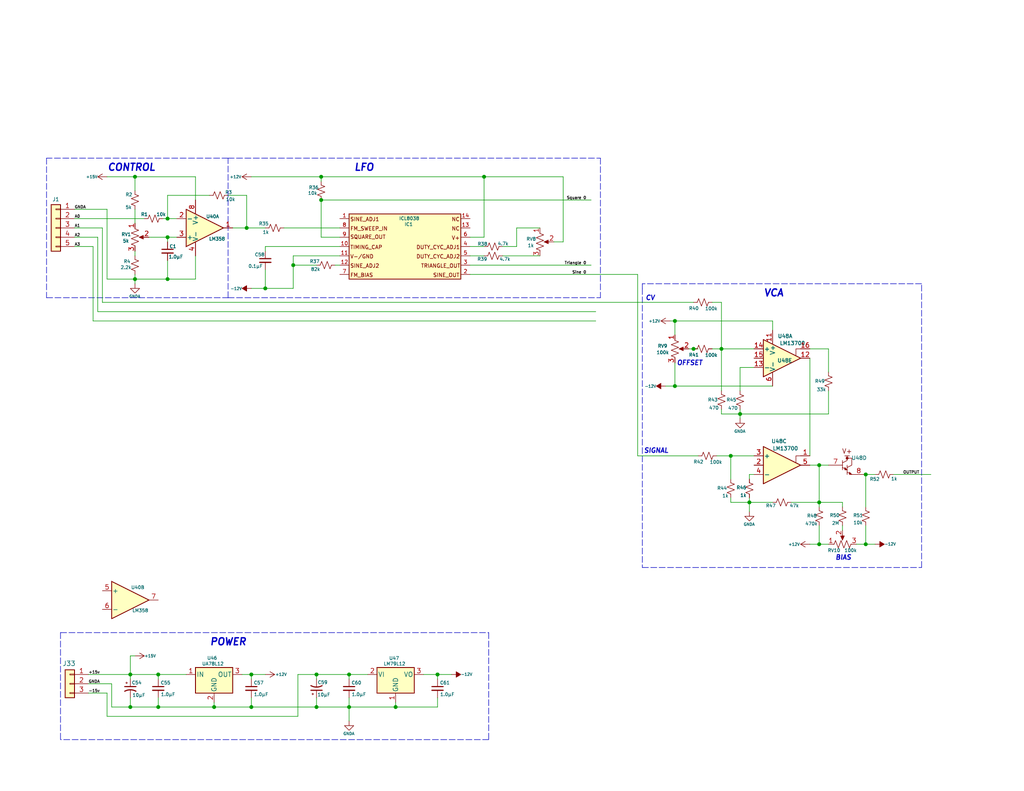
<source format=kicad_sch>
(kicad_sch (version 20211123) (generator eeschema)

  (uuid 8deda179-da0e-4d76-9b0e-e88abd6a43c2)

  (paper "USLetter")

  (title_block
    (title "Synth #2")
  )

  (lib_symbols
    (symbol "Amplifier_Operational:LM13700" (pin_names (offset 0.127)) (in_bom yes) (on_board yes)
      (property "Reference" "U" (id 0) (at 3.81 5.08 0)
        (effects (font (size 1.27 1.27)))
      )
      (property "Value" "LM13700" (id 1) (at 5.08 -5.08 0)
        (effects (font (size 1.27 1.27)))
      )
      (property "Footprint" "" (id 2) (at -7.62 0.635 0)
        (effects (font (size 1.27 1.27)) hide)
      )
      (property "Datasheet" "http://www.ti.com/lit/ds/symlink/lm13700.pdf" (id 3) (at -7.62 0.635 0)
        (effects (font (size 1.27 1.27)) hide)
      )
      (property "ki_locked" "" (id 4) (at 0 0 0)
        (effects (font (size 1.27 1.27)))
      )
      (property "ki_keywords" "operational transconductance amplifier OTA" (id 5) (at 0 0 0)
        (effects (font (size 1.27 1.27)) hide)
      )
      (property "ki_description" "Dual Operational Transconductance Amplifiers with Linearizing Diodes and Buffers, DIP-16/SOIC-16" (id 6) (at 0 0 0)
        (effects (font (size 1.27 1.27)) hide)
      )
      (property "ki_fp_filters" "SOIC*3.9x9.9mm*P1.27mm* DIP*W7.62mm*" (id 7) (at 0 0 0)
        (effects (font (size 1.27 1.27)) hide)
      )
      (symbol "LM13700_1_1"
        (polyline
          (pts
            (xy 3.81 -0.635)
            (xy 3.81 -2.54)
            (xy 5.08 -2.54)
          )
          (stroke (width 0) (type default) (color 0 0 0 0))
          (fill (type none))
        )
        (polyline
          (pts
            (xy 5.08 0)
            (xy -5.08 -5.08)
            (xy -5.08 5.08)
            (xy 5.08 0)
          )
          (stroke (width 0.254) (type default) (color 0 0 0 0))
          (fill (type background))
        )
        (pin output line (at 7.62 0 180) (length 2.54)
          (name "~" (effects (font (size 1.27 1.27))))
          (number "12" (effects (font (size 1.27 1.27))))
        )
        (pin input line (at -7.62 2.54 0) (length 2.54)
          (name "-" (effects (font (size 1.27 1.27))))
          (number "13" (effects (font (size 1.27 1.27))))
        )
        (pin input line (at -7.62 -2.54 0) (length 2.54)
          (name "+" (effects (font (size 1.27 1.27))))
          (number "14" (effects (font (size 1.27 1.27))))
        )
        (pin input line (at -7.62 0 0) (length 2.54)
          (name "DIODE_BIAS" (effects (font (size 0.508 0.508))))
          (number "15" (effects (font (size 1.27 1.27))))
        )
        (pin input line (at 7.62 -2.54 180) (length 2.54)
          (name "~" (effects (font (size 1.27 1.27))))
          (number "16" (effects (font (size 1.27 1.27))))
        )
      )
      (symbol "LM13700_2_0"
        (polyline
          (pts
            (xy -1.905 2.54)
            (xy -3.175 2.54)
          )
          (stroke (width 0) (type default) (color 0 0 0 0))
          (fill (type none))
        )
      )
      (symbol "LM13700_2_1"
        (circle (center -2.54 1.905) (radius 0.254)
          (stroke (width 0.254) (type default) (color 0 0 0 0))
          (fill (type outline))
        )
        (polyline
          (pts
            (xy -3.81 -0.635)
            (xy -2.54 -1.27)
          )
          (stroke (width 0) (type default) (color 0 0 0 0))
          (fill (type none))
        )
        (polyline
          (pts
            (xy -3.81 1.27)
            (xy -3.81 -1.27)
          )
          (stroke (width 0) (type default) (color 0 0 0 0))
          (fill (type none))
        )
        (polyline
          (pts
            (xy -2.54 -1.905)
            (xy -1.27 -2.54)
          )
          (stroke (width 0) (type default) (color 0 0 0 0))
          (fill (type none))
        )
        (polyline
          (pts
            (xy -2.54 0)
            (xy -2.54 -2.54)
          )
          (stroke (width 0) (type default) (color 0 0 0 0))
          (fill (type none))
        )
        (polyline
          (pts
            (xy -3.81 0.635)
            (xy -2.54 1.27)
            (xy -2.54 1.905)
            (xy -2.54 2.54)
          )
          (stroke (width 0) (type default) (color 0 0 0 0))
          (fill (type none))
        )
        (polyline
          (pts
            (xy -2.54 -1.27)
            (xy -3.175 -0.635)
            (xy -3.175 -1.27)
            (xy -2.54 -1.27)
          )
          (stroke (width 0) (type default) (color 0 0 0 0))
          (fill (type outline))
        )
        (polyline
          (pts
            (xy -2.54 -0.635)
            (xy -1.27 0)
            (xy -1.27 1.905)
            (xy -2.54 1.905)
          )
          (stroke (width 0) (type default) (color 0 0 0 0))
          (fill (type none))
        )
        (polyline
          (pts
            (xy -1.27 -2.54)
            (xy -1.905 -1.905)
            (xy -1.905 -2.54)
            (xy -1.27 -2.54)
          )
          (stroke (width 0) (type default) (color 0 0 0 0))
          (fill (type outline))
        )
        (text "V+" (at -2.54 3.81 0)
          (effects (font (size 1.27 1.27)))
        )
        (pin input line (at -7.62 0 0) (length 3.81)
          (name "~" (effects (font (size 1.27 1.27))))
          (number "10" (effects (font (size 1.27 1.27))))
        )
        (pin output line (at 2.54 -2.54 180) (length 3.81)
          (name "~" (effects (font (size 1.27 1.27))))
          (number "9" (effects (font (size 1.27 1.27))))
        )
      )
      (symbol "LM13700_3_1"
        (polyline
          (pts
            (xy 3.81 -0.635)
            (xy 3.81 -2.54)
            (xy 5.08 -2.54)
          )
          (stroke (width 0) (type default) (color 0 0 0 0))
          (fill (type none))
        )
        (polyline
          (pts
            (xy 5.08 0)
            (xy -5.08 -5.08)
            (xy -5.08 5.08)
            (xy 5.08 0)
          )
          (stroke (width 0.254) (type default) (color 0 0 0 0))
          (fill (type background))
        )
        (pin input line (at 7.62 -2.54 180) (length 2.54)
          (name "~" (effects (font (size 1.27 1.27))))
          (number "1" (effects (font (size 1.27 1.27))))
        )
        (pin input line (at -7.62 0 0) (length 2.54)
          (name "DIODE_BIAS" (effects (font (size 0.508 0.508))))
          (number "2" (effects (font (size 1.27 1.27))))
        )
        (pin input line (at -7.62 -2.54 0) (length 2.54)
          (name "+" (effects (font (size 1.27 1.27))))
          (number "3" (effects (font (size 1.27 1.27))))
        )
        (pin input line (at -7.62 2.54 0) (length 2.54)
          (name "-" (effects (font (size 1.27 1.27))))
          (number "4" (effects (font (size 1.27 1.27))))
        )
        (pin output line (at 7.62 0 180) (length 2.54)
          (name "~" (effects (font (size 1.27 1.27))))
          (number "5" (effects (font (size 1.27 1.27))))
        )
      )
      (symbol "LM13700_4_0"
        (polyline
          (pts
            (xy -3.175 2.54)
            (xy -1.905 2.54)
          )
          (stroke (width 0) (type default) (color 0 0 0 0))
          (fill (type none))
        )
        (text "V+" (at -2.54 3.81 0)
          (effects (font (size 1.27 1.27)))
        )
      )
      (symbol "LM13700_4_1"
        (circle (center -2.54 1.905) (radius 0.254)
          (stroke (width 0.254) (type default) (color 0 0 0 0))
          (fill (type outline))
        )
        (polyline
          (pts
            (xy -3.81 -0.635)
            (xy -2.54 -1.27)
          )
          (stroke (width 0) (type default) (color 0 0 0 0))
          (fill (type none))
        )
        (polyline
          (pts
            (xy -3.81 1.27)
            (xy -3.81 -1.27)
          )
          (stroke (width 0) (type default) (color 0 0 0 0))
          (fill (type none))
        )
        (polyline
          (pts
            (xy -2.54 -1.905)
            (xy -1.27 -2.54)
          )
          (stroke (width 0) (type default) (color 0 0 0 0))
          (fill (type none))
        )
        (polyline
          (pts
            (xy -2.54 0)
            (xy -2.54 -2.54)
          )
          (stroke (width 0) (type default) (color 0 0 0 0))
          (fill (type none))
        )
        (polyline
          (pts
            (xy -3.81 0.635)
            (xy -2.54 1.27)
            (xy -2.54 2.54)
          )
          (stroke (width 0) (type default) (color 0 0 0 0))
          (fill (type none))
        )
        (polyline
          (pts
            (xy -2.54 -1.27)
            (xy -3.175 -0.635)
            (xy -3.175 -1.27)
            (xy -2.54 -1.27)
          )
          (stroke (width 0) (type default) (color 0 0 0 0))
          (fill (type outline))
        )
        (polyline
          (pts
            (xy -2.54 -0.635)
            (xy -1.27 0)
            (xy -1.27 1.905)
            (xy -2.54 1.905)
          )
          (stroke (width 0) (type default) (color 0 0 0 0))
          (fill (type none))
        )
        (polyline
          (pts
            (xy -1.27 -2.54)
            (xy -1.905 -1.905)
            (xy -1.905 -2.54)
            (xy -1.27 -2.54)
          )
          (stroke (width 0) (type default) (color 0 0 0 0))
          (fill (type outline))
        )
        (pin input line (at -7.62 0 0) (length 3.81)
          (name "~" (effects (font (size 1.27 1.27))))
          (number "7" (effects (font (size 1.27 1.27))))
        )
        (pin output line (at 2.54 -2.54 180) (length 3.81)
          (name "~" (effects (font (size 1.27 1.27))))
          (number "8" (effects (font (size 1.27 1.27))))
        )
      )
      (symbol "LM13700_5_1"
        (pin power_in line (at -2.54 7.62 270) (length 3.81)
          (name "V+" (effects (font (size 1.27 1.27))))
          (number "11" (effects (font (size 1.27 1.27))))
        )
        (pin power_in line (at -2.54 -7.62 90) (length 3.81)
          (name "V-" (effects (font (size 1.27 1.27))))
          (number "6" (effects (font (size 1.27 1.27))))
        )
      )
    )
    (symbol "Amplifier_Operational:LM358" (pin_names (offset 0.127)) (in_bom yes) (on_board yes)
      (property "Reference" "U" (id 0) (at 0 5.08 0)
        (effects (font (size 1.27 1.27)) (justify left))
      )
      (property "Value" "LM358" (id 1) (at 0 -5.08 0)
        (effects (font (size 1.27 1.27)) (justify left))
      )
      (property "Footprint" "" (id 2) (at 0 0 0)
        (effects (font (size 1.27 1.27)) hide)
      )
      (property "Datasheet" "http://www.ti.com/lit/ds/symlink/lm2904-n.pdf" (id 3) (at 0 0 0)
        (effects (font (size 1.27 1.27)) hide)
      )
      (property "ki_locked" "" (id 4) (at 0 0 0)
        (effects (font (size 1.27 1.27)))
      )
      (property "ki_keywords" "dual opamp" (id 5) (at 0 0 0)
        (effects (font (size 1.27 1.27)) hide)
      )
      (property "ki_description" "Low-Power, Dual Operational Amplifiers, DIP-8/SOIC-8/TO-99-8" (id 6) (at 0 0 0)
        (effects (font (size 1.27 1.27)) hide)
      )
      (property "ki_fp_filters" "SOIC*3.9x4.9mm*P1.27mm* DIP*W7.62mm* TO*99* OnSemi*Micro8* TSSOP*3x3mm*P0.65mm* TSSOP*4.4x3mm*P0.65mm* MSOP*3x3mm*P0.65mm* SSOP*3.9x4.9mm*P0.635mm* LFCSP*2x2mm*P0.5mm* *SIP* SOIC*5.3x6.2mm*P1.27mm*" (id 7) (at 0 0 0)
        (effects (font (size 1.27 1.27)) hide)
      )
      (symbol "LM358_1_1"
        (polyline
          (pts
            (xy -5.08 5.08)
            (xy 5.08 0)
            (xy -5.08 -5.08)
            (xy -5.08 5.08)
          )
          (stroke (width 0.254) (type default) (color 0 0 0 0))
          (fill (type background))
        )
        (pin output line (at 7.62 0 180) (length 2.54)
          (name "~" (effects (font (size 1.27 1.27))))
          (number "1" (effects (font (size 1.27 1.27))))
        )
        (pin input line (at -7.62 -2.54 0) (length 2.54)
          (name "-" (effects (font (size 1.27 1.27))))
          (number "2" (effects (font (size 1.27 1.27))))
        )
        (pin input line (at -7.62 2.54 0) (length 2.54)
          (name "+" (effects (font (size 1.27 1.27))))
          (number "3" (effects (font (size 1.27 1.27))))
        )
      )
      (symbol "LM358_2_1"
        (polyline
          (pts
            (xy -5.08 5.08)
            (xy 5.08 0)
            (xy -5.08 -5.08)
            (xy -5.08 5.08)
          )
          (stroke (width 0.254) (type default) (color 0 0 0 0))
          (fill (type background))
        )
        (pin input line (at -7.62 2.54 0) (length 2.54)
          (name "+" (effects (font (size 1.27 1.27))))
          (number "5" (effects (font (size 1.27 1.27))))
        )
        (pin input line (at -7.62 -2.54 0) (length 2.54)
          (name "-" (effects (font (size 1.27 1.27))))
          (number "6" (effects (font (size 1.27 1.27))))
        )
        (pin output line (at 7.62 0 180) (length 2.54)
          (name "~" (effects (font (size 1.27 1.27))))
          (number "7" (effects (font (size 1.27 1.27))))
        )
      )
      (symbol "LM358_3_1"
        (pin power_in line (at -2.54 -7.62 90) (length 3.81)
          (name "V-" (effects (font (size 1.27 1.27))))
          (number "4" (effects (font (size 1.27 1.27))))
        )
        (pin power_in line (at -2.54 7.62 270) (length 3.81)
          (name "V+" (effects (font (size 1.27 1.27))))
          (number "8" (effects (font (size 1.27 1.27))))
        )
      )
    )
    (symbol "Connector_Generic:Conn_01x03" (pin_names (offset 1.016) hide) (in_bom yes) (on_board yes)
      (property "Reference" "J" (id 0) (at 0 5.08 0)
        (effects (font (size 1.27 1.27)))
      )
      (property "Value" "Conn_01x03" (id 1) (at 0 -5.08 0)
        (effects (font (size 1.27 1.27)))
      )
      (property "Footprint" "" (id 2) (at 0 0 0)
        (effects (font (size 1.27 1.27)) hide)
      )
      (property "Datasheet" "~" (id 3) (at 0 0 0)
        (effects (font (size 1.27 1.27)) hide)
      )
      (property "ki_keywords" "connector" (id 4) (at 0 0 0)
        (effects (font (size 1.27 1.27)) hide)
      )
      (property "ki_description" "Generic connector, single row, 01x03, script generated (kicad-library-utils/schlib/autogen/connector/)" (id 5) (at 0 0 0)
        (effects (font (size 1.27 1.27)) hide)
      )
      (property "ki_fp_filters" "Connector*:*_1x??_*" (id 6) (at 0 0 0)
        (effects (font (size 1.27 1.27)) hide)
      )
      (symbol "Conn_01x03_1_1"
        (rectangle (start -1.27 -2.413) (end 0 -2.667)
          (stroke (width 0.1524) (type default) (color 0 0 0 0))
          (fill (type none))
        )
        (rectangle (start -1.27 0.127) (end 0 -0.127)
          (stroke (width 0.1524) (type default) (color 0 0 0 0))
          (fill (type none))
        )
        (rectangle (start -1.27 2.667) (end 0 2.413)
          (stroke (width 0.1524) (type default) (color 0 0 0 0))
          (fill (type none))
        )
        (rectangle (start -1.27 3.81) (end 1.27 -3.81)
          (stroke (width 0.254) (type default) (color 0 0 0 0))
          (fill (type background))
        )
        (pin passive line (at -5.08 2.54 0) (length 3.81)
          (name "Pin_1" (effects (font (size 1.27 1.27))))
          (number "1" (effects (font (size 1.27 1.27))))
        )
        (pin passive line (at -5.08 0 0) (length 3.81)
          (name "Pin_2" (effects (font (size 1.27 1.27))))
          (number "2" (effects (font (size 1.27 1.27))))
        )
        (pin passive line (at -5.08 -2.54 0) (length 3.81)
          (name "Pin_3" (effects (font (size 1.27 1.27))))
          (number "3" (effects (font (size 1.27 1.27))))
        )
      )
    )
    (symbol "Connector_Generic:Conn_01x05" (pin_names (offset 1.016) hide) (in_bom yes) (on_board yes)
      (property "Reference" "J" (id 0) (at 0 7.62 0)
        (effects (font (size 1.27 1.27)))
      )
      (property "Value" "Conn_01x05" (id 1) (at 0 -7.62 0)
        (effects (font (size 1.27 1.27)))
      )
      (property "Footprint" "" (id 2) (at 0 0 0)
        (effects (font (size 1.27 1.27)) hide)
      )
      (property "Datasheet" "~" (id 3) (at 0 0 0)
        (effects (font (size 1.27 1.27)) hide)
      )
      (property "ki_keywords" "connector" (id 4) (at 0 0 0)
        (effects (font (size 1.27 1.27)) hide)
      )
      (property "ki_description" "Generic connector, single row, 01x05, script generated (kicad-library-utils/schlib/autogen/connector/)" (id 5) (at 0 0 0)
        (effects (font (size 1.27 1.27)) hide)
      )
      (property "ki_fp_filters" "Connector*:*_1x??_*" (id 6) (at 0 0 0)
        (effects (font (size 1.27 1.27)) hide)
      )
      (symbol "Conn_01x05_1_1"
        (rectangle (start -1.27 -4.953) (end 0 -5.207)
          (stroke (width 0.1524) (type default) (color 0 0 0 0))
          (fill (type none))
        )
        (rectangle (start -1.27 -2.413) (end 0 -2.667)
          (stroke (width 0.1524) (type default) (color 0 0 0 0))
          (fill (type none))
        )
        (rectangle (start -1.27 0.127) (end 0 -0.127)
          (stroke (width 0.1524) (type default) (color 0 0 0 0))
          (fill (type none))
        )
        (rectangle (start -1.27 2.667) (end 0 2.413)
          (stroke (width 0.1524) (type default) (color 0 0 0 0))
          (fill (type none))
        )
        (rectangle (start -1.27 5.207) (end 0 4.953)
          (stroke (width 0.1524) (type default) (color 0 0 0 0))
          (fill (type none))
        )
        (rectangle (start -1.27 6.35) (end 1.27 -6.35)
          (stroke (width 0.254) (type default) (color 0 0 0 0))
          (fill (type background))
        )
        (pin passive line (at -5.08 5.08 0) (length 3.81)
          (name "Pin_1" (effects (font (size 1.27 1.27))))
          (number "1" (effects (font (size 1.27 1.27))))
        )
        (pin passive line (at -5.08 2.54 0) (length 3.81)
          (name "Pin_2" (effects (font (size 1.27 1.27))))
          (number "2" (effects (font (size 1.27 1.27))))
        )
        (pin passive line (at -5.08 0 0) (length 3.81)
          (name "Pin_3" (effects (font (size 1.27 1.27))))
          (number "3" (effects (font (size 1.27 1.27))))
        )
        (pin passive line (at -5.08 -2.54 0) (length 3.81)
          (name "Pin_4" (effects (font (size 1.27 1.27))))
          (number "4" (effects (font (size 1.27 1.27))))
        )
        (pin passive line (at -5.08 -5.08 0) (length 3.81)
          (name "Pin_5" (effects (font (size 1.27 1.27))))
          (number "5" (effects (font (size 1.27 1.27))))
        )
      )
    )
    (symbol "Device:C_Polarized_Small_US" (pin_numbers hide) (pin_names (offset 0.254) hide) (in_bom yes) (on_board yes)
      (property "Reference" "C" (id 0) (at 0.254 1.778 0)
        (effects (font (size 1.27 1.27)) (justify left))
      )
      (property "Value" "C_Polarized_Small_US" (id 1) (at 0.254 -2.032 0)
        (effects (font (size 1.27 1.27)) (justify left))
      )
      (property "Footprint" "" (id 2) (at 0 0 0)
        (effects (font (size 1.27 1.27)) hide)
      )
      (property "Datasheet" "~" (id 3) (at 0 0 0)
        (effects (font (size 1.27 1.27)) hide)
      )
      (property "ki_keywords" "cap capacitor" (id 4) (at 0 0 0)
        (effects (font (size 1.27 1.27)) hide)
      )
      (property "ki_description" "Polarized capacitor, small US symbol" (id 5) (at 0 0 0)
        (effects (font (size 1.27 1.27)) hide)
      )
      (property "ki_fp_filters" "CP_*" (id 6) (at 0 0 0)
        (effects (font (size 1.27 1.27)) hide)
      )
      (symbol "C_Polarized_Small_US_0_1"
        (polyline
          (pts
            (xy -1.524 0.508)
            (xy 1.524 0.508)
          )
          (stroke (width 0.3048) (type default) (color 0 0 0 0))
          (fill (type none))
        )
        (polyline
          (pts
            (xy -1.27 1.524)
            (xy -0.762 1.524)
          )
          (stroke (width 0) (type default) (color 0 0 0 0))
          (fill (type none))
        )
        (polyline
          (pts
            (xy -1.016 1.27)
            (xy -1.016 1.778)
          )
          (stroke (width 0) (type default) (color 0 0 0 0))
          (fill (type none))
        )
        (arc (start 1.524 -0.762) (mid 0 -0.3734) (end -1.524 -0.762)
          (stroke (width 0.3048) (type default) (color 0 0 0 0))
          (fill (type none))
        )
      )
      (symbol "C_Polarized_Small_US_1_1"
        (pin passive line (at 0 2.54 270) (length 2.032)
          (name "~" (effects (font (size 1.27 1.27))))
          (number "1" (effects (font (size 1.27 1.27))))
        )
        (pin passive line (at 0 -2.54 90) (length 2.032)
          (name "~" (effects (font (size 1.27 1.27))))
          (number "2" (effects (font (size 1.27 1.27))))
        )
      )
    )
    (symbol "Device:C_Small" (pin_numbers hide) (pin_names (offset 0.254) hide) (in_bom yes) (on_board yes)
      (property "Reference" "C" (id 0) (at 0.254 1.778 0)
        (effects (font (size 1.27 1.27)) (justify left))
      )
      (property "Value" "C_Small" (id 1) (at 0.254 -2.032 0)
        (effects (font (size 1.27 1.27)) (justify left))
      )
      (property "Footprint" "" (id 2) (at 0 0 0)
        (effects (font (size 1.27 1.27)) hide)
      )
      (property "Datasheet" "~" (id 3) (at 0 0 0)
        (effects (font (size 1.27 1.27)) hide)
      )
      (property "ki_keywords" "capacitor cap" (id 4) (at 0 0 0)
        (effects (font (size 1.27 1.27)) hide)
      )
      (property "ki_description" "Unpolarized capacitor, small symbol" (id 5) (at 0 0 0)
        (effects (font (size 1.27 1.27)) hide)
      )
      (property "ki_fp_filters" "C_*" (id 6) (at 0 0 0)
        (effects (font (size 1.27 1.27)) hide)
      )
      (symbol "C_Small_0_1"
        (polyline
          (pts
            (xy -1.524 -0.508)
            (xy 1.524 -0.508)
          )
          (stroke (width 0.3302) (type default) (color 0 0 0 0))
          (fill (type none))
        )
        (polyline
          (pts
            (xy -1.524 0.508)
            (xy 1.524 0.508)
          )
          (stroke (width 0.3048) (type default) (color 0 0 0 0))
          (fill (type none))
        )
      )
      (symbol "C_Small_1_1"
        (pin passive line (at 0 2.54 270) (length 2.032)
          (name "~" (effects (font (size 1.27 1.27))))
          (number "1" (effects (font (size 1.27 1.27))))
        )
        (pin passive line (at 0 -2.54 90) (length 2.032)
          (name "~" (effects (font (size 1.27 1.27))))
          (number "2" (effects (font (size 1.27 1.27))))
        )
      )
    )
    (symbol "Device:R_Potentiometer_US" (pin_names (offset 1.016) hide) (in_bom yes) (on_board yes)
      (property "Reference" "RV" (id 0) (at -4.445 0 90)
        (effects (font (size 1.27 1.27)))
      )
      (property "Value" "R_Potentiometer_US" (id 1) (at -2.54 0 90)
        (effects (font (size 1.27 1.27)))
      )
      (property "Footprint" "" (id 2) (at 0 0 0)
        (effects (font (size 1.27 1.27)) hide)
      )
      (property "Datasheet" "~" (id 3) (at 0 0 0)
        (effects (font (size 1.27 1.27)) hide)
      )
      (property "ki_keywords" "resistor variable" (id 4) (at 0 0 0)
        (effects (font (size 1.27 1.27)) hide)
      )
      (property "ki_description" "Potentiometer, US symbol" (id 5) (at 0 0 0)
        (effects (font (size 1.27 1.27)) hide)
      )
      (property "ki_fp_filters" "Potentiometer*" (id 6) (at 0 0 0)
        (effects (font (size 1.27 1.27)) hide)
      )
      (symbol "R_Potentiometer_US_0_1"
        (polyline
          (pts
            (xy 0 -2.286)
            (xy 0 -2.54)
          )
          (stroke (width 0) (type default) (color 0 0 0 0))
          (fill (type none))
        )
        (polyline
          (pts
            (xy 0 2.54)
            (xy 0 2.286)
          )
          (stroke (width 0) (type default) (color 0 0 0 0))
          (fill (type none))
        )
        (polyline
          (pts
            (xy 2.54 0)
            (xy 1.524 0)
          )
          (stroke (width 0) (type default) (color 0 0 0 0))
          (fill (type none))
        )
        (polyline
          (pts
            (xy 1.143 0)
            (xy 2.286 0.508)
            (xy 2.286 -0.508)
            (xy 1.143 0)
          )
          (stroke (width 0) (type default) (color 0 0 0 0))
          (fill (type outline))
        )
        (polyline
          (pts
            (xy 0 -0.762)
            (xy 1.016 -1.143)
            (xy 0 -1.524)
            (xy -1.016 -1.905)
            (xy 0 -2.286)
          )
          (stroke (width 0) (type default) (color 0 0 0 0))
          (fill (type none))
        )
        (polyline
          (pts
            (xy 0 0.762)
            (xy 1.016 0.381)
            (xy 0 0)
            (xy -1.016 -0.381)
            (xy 0 -0.762)
          )
          (stroke (width 0) (type default) (color 0 0 0 0))
          (fill (type none))
        )
        (polyline
          (pts
            (xy 0 2.286)
            (xy 1.016 1.905)
            (xy 0 1.524)
            (xy -1.016 1.143)
            (xy 0 0.762)
          )
          (stroke (width 0) (type default) (color 0 0 0 0))
          (fill (type none))
        )
      )
      (symbol "R_Potentiometer_US_1_1"
        (pin passive line (at 0 3.81 270) (length 1.27)
          (name "1" (effects (font (size 1.27 1.27))))
          (number "1" (effects (font (size 1.27 1.27))))
        )
        (pin passive line (at 3.81 0 180) (length 1.27)
          (name "2" (effects (font (size 1.27 1.27))))
          (number "2" (effects (font (size 1.27 1.27))))
        )
        (pin passive line (at 0 -3.81 90) (length 1.27)
          (name "3" (effects (font (size 1.27 1.27))))
          (number "3" (effects (font (size 1.27 1.27))))
        )
      )
    )
    (symbol "Device:R_Small_US" (pin_numbers hide) (pin_names (offset 0.254) hide) (in_bom yes) (on_board yes)
      (property "Reference" "R" (id 0) (at 0.762 0.508 0)
        (effects (font (size 1.27 1.27)) (justify left))
      )
      (property "Value" "R_Small_US" (id 1) (at 0.762 -1.016 0)
        (effects (font (size 1.27 1.27)) (justify left))
      )
      (property "Footprint" "" (id 2) (at 0 0 0)
        (effects (font (size 1.27 1.27)) hide)
      )
      (property "Datasheet" "~" (id 3) (at 0 0 0)
        (effects (font (size 1.27 1.27)) hide)
      )
      (property "ki_keywords" "r resistor" (id 4) (at 0 0 0)
        (effects (font (size 1.27 1.27)) hide)
      )
      (property "ki_description" "Resistor, small US symbol" (id 5) (at 0 0 0)
        (effects (font (size 1.27 1.27)) hide)
      )
      (property "ki_fp_filters" "R_*" (id 6) (at 0 0 0)
        (effects (font (size 1.27 1.27)) hide)
      )
      (symbol "R_Small_US_1_1"
        (polyline
          (pts
            (xy 0 0)
            (xy 1.016 -0.381)
            (xy 0 -0.762)
            (xy -1.016 -1.143)
            (xy 0 -1.524)
          )
          (stroke (width 0) (type default) (color 0 0 0 0))
          (fill (type none))
        )
        (polyline
          (pts
            (xy 0 1.524)
            (xy 1.016 1.143)
            (xy 0 0.762)
            (xy -1.016 0.381)
            (xy 0 0)
          )
          (stroke (width 0) (type default) (color 0 0 0 0))
          (fill (type none))
        )
        (pin passive line (at 0 2.54 270) (length 1.016)
          (name "~" (effects (font (size 1.27 1.27))))
          (number "1" (effects (font (size 1.27 1.27))))
        )
        (pin passive line (at 0 -2.54 90) (length 1.016)
          (name "~" (effects (font (size 1.27 1.27))))
          (number "2" (effects (font (size 1.27 1.27))))
        )
      )
    )
    (symbol "ICL8038:ICL8038" (pin_names (offset 1.016)) (in_bom yes) (on_board yes)
      (property "Reference" "IC" (id 0) (at -1.778 9.398 0)
        (effects (font (size 1.27 1.27)) (justify left bottom))
      )
      (property "Value" "ICL8038" (id 1) (at -4.4475 -11.4365 0)
        (effects (font (size 1.27 1.27)) (justify left bottom))
      )
      (property "Footprint" "ICL8038" (id 2) (at 0 0 0)
        (effects (font (size 1.016 1.016)) (justify bottom) hide)
      )
      (property "Datasheet" "" (id 3) (at 0 0 0)
        (effects (font (size 1.27 1.27)) hide)
      )
      (symbol "ICL8038_0_0"
        (rectangle (start -15.24 -8.89) (end 15.24 8.89)
          (stroke (width 0.254) (type default) (color 0 0 0 0))
          (fill (type background))
        )
        (text "DUTY_CYC_ADJ1" (at 3.048 -0.762 0)
          (effects (font (size 1.016 1.016)) (justify left bottom))
        )
        (text "DUTY_CYC_ADJ2" (at 3.048 -3.302 0)
          (effects (font (size 1.016 1.016)) (justify left bottom))
        )
        (text "FM_BIAS" (at -14.986 -8.382 0)
          (effects (font (size 1.016 1.016)) (justify left bottom))
        )
        (text "FM_SWEEP_IN" (at -14.986 4.318 0)
          (effects (font (size 1.016 1.016)) (justify left bottom))
        )
        (text "NC" (at 12.7 4.318 0)
          (effects (font (size 1.016 1.016)) (justify left bottom))
        )
        (text "NC" (at 12.7 6.858 0)
          (effects (font (size 1.016 1.016)) (justify left bottom))
        )
        (text "SINE_ADJ1" (at -14.986 6.858 0)
          (effects (font (size 1.016 1.016)) (justify left bottom))
        )
        (text "SINE_ADJ2" (at -14.986 -5.842 0)
          (effects (font (size 1.016 1.016)) (justify left bottom))
        )
        (text "SINE_OUT" (at 7.62 -8.382 0)
          (effects (font (size 1.016 1.016)) (justify left bottom))
        )
        (text "SQUARE_OUT" (at -14.986 2.032 0)
          (effects (font (size 1.016 1.016)) (justify left bottom))
        )
        (text "TIMING_CAP" (at -14.986 -0.762 0)
          (effects (font (size 1.016 1.016)) (justify left bottom))
        )
        (text "TRIANGLE_OUT" (at 4.318 -5.842 0)
          (effects (font (size 1.016 1.016)) (justify left bottom))
        )
        (text "V+" (at 12.7 1.778 0)
          (effects (font (size 1.016 1.016)) (justify left bottom))
        )
        (text "V-/GND" (at -14.986 -3.302 0)
          (effects (font (size 1.016 1.016)) (justify left bottom))
        )
        (pin passive line (at -17.78 7.62 0) (length 2.54)
          (name "~" (effects (font (size 1.016 1.016))))
          (number "1" (effects (font (size 1.016 1.016))))
        )
        (pin passive line (at -17.78 0 0) (length 2.54)
          (name "~" (effects (font (size 1.016 1.016))))
          (number "10" (effects (font (size 1.016 1.016))))
        )
        (pin passive line (at -17.78 -2.54 0) (length 2.54)
          (name "~" (effects (font (size 1.016 1.016))))
          (number "11" (effects (font (size 1.016 1.016))))
        )
        (pin passive line (at -17.78 -5.08 0) (length 2.54)
          (name "~" (effects (font (size 1.016 1.016))))
          (number "12" (effects (font (size 1.016 1.016))))
        )
        (pin free line (at 17.78 5.08 180) (length 2.54)
          (name "~" (effects (font (size 1.016 1.016))))
          (number "13" (effects (font (size 1.016 1.016))))
        )
        (pin free line (at 17.78 7.62 180) (length 2.54)
          (name "~" (effects (font (size 1.016 1.016))))
          (number "14" (effects (font (size 1.016 1.016))))
        )
        (pin passive line (at 17.78 -7.62 180) (length 2.54)
          (name "~" (effects (font (size 1.016 1.016))))
          (number "2" (effects (font (size 1.016 1.016))))
        )
        (pin passive line (at 17.78 -5.08 180) (length 2.54)
          (name "~" (effects (font (size 1.016 1.016))))
          (number "3" (effects (font (size 1.016 1.016))))
        )
        (pin passive line (at 17.78 0 180) (length 2.54)
          (name "~" (effects (font (size 1.016 1.016))))
          (number "4" (effects (font (size 1.016 1.016))))
        )
        (pin passive line (at 17.78 -2.54 180) (length 2.54)
          (name "~" (effects (font (size 1.016 1.016))))
          (number "5" (effects (font (size 1.016 1.016))))
        )
        (pin passive line (at 17.78 2.54 180) (length 2.54)
          (name "~" (effects (font (size 1.016 1.016))))
          (number "6" (effects (font (size 1.016 1.016))))
        )
        (pin passive line (at -17.78 -7.62 0) (length 2.54)
          (name "~" (effects (font (size 1.016 1.016))))
          (number "7" (effects (font (size 1.016 1.016))))
        )
        (pin passive line (at -17.78 5.08 0) (length 2.54)
          (name "~" (effects (font (size 1.016 1.016))))
          (number "8" (effects (font (size 1.016 1.016))))
        )
        (pin passive line (at -17.78 2.54 0) (length 2.54)
          (name "~" (effects (font (size 1.016 1.016))))
          (number "9" (effects (font (size 1.016 1.016))))
        )
      )
    )
    (symbol "LM13700_1" (pin_names (offset 0.127)) (in_bom yes) (on_board yes)
      (property "Reference" "U?" (id 0) (at 1.8542 -6.0452 0)
        (effects (font (size 1.016 1.016)))
      )
      (property "Value" "LM13700_1" (id 1) (at 2.8702 -4.0894 0)
        (effects (font (size 1.016 1.016)))
      )
      (property "Footprint" "" (id 2) (at -7.62 -0.635 0)
        (effects (font (size 1.27 1.27)) hide)
      )
      (property "Datasheet" "http://www.ti.com/lit/ds/symlink/lm13700.pdf" (id 3) (at -8.1534 -1.8034 0)
        (effects (font (size 1.27 1.27)) hide)
      )
      (property "ki_locked" "" (id 4) (at 0 0 0)
        (effects (font (size 1.27 1.27)))
      )
      (property "ki_keywords" "operational transconductance amplifier OTA" (id 5) (at 0 0 0)
        (effects (font (size 1.27 1.27)) hide)
      )
      (property "ki_description" "Dual Operational Transconductance Amplifiers with Linearizing Diodes and Buffers, DIP-16/SOIC-16" (id 6) (at 0 0 0)
        (effects (font (size 1.27 1.27)) hide)
      )
      (property "ki_fp_filters" "SOIC*3.9x9.9mm*P1.27mm* DIP*W7.62mm*" (id 7) (at 0 0 0)
        (effects (font (size 1.27 1.27)) hide)
      )
      (symbol "LM13700_1_1_1"
        (polyline
          (pts
            (xy 3.81 -0.635)
            (xy 3.81 -2.54)
            (xy 5.08 -2.54)
          )
          (stroke (width 0) (type default) (color 0 0 0 0))
          (fill (type none))
        )
        (polyline
          (pts
            (xy 5.08 0)
            (xy -5.08 -5.08)
            (xy -5.08 5.08)
            (xy 5.08 0)
          )
          (stroke (width 0.254) (type default) (color 0 0 0 0))
          (fill (type background))
        )
        (pin output line (at 7.62 0 180) (length 2.54)
          (name "~" (effects (font (size 1.27 1.27))))
          (number "12" (effects (font (size 1.27 1.27))))
        )
        (pin input line (at -7.62 2.54 0) (length 2.54)
          (name "-" (effects (font (size 1.27 1.27))))
          (number "13" (effects (font (size 1.27 1.27))))
        )
        (pin input line (at -7.62 -2.54 0) (length 2.54)
          (name "+" (effects (font (size 1.27 1.27))))
          (number "14" (effects (font (size 1.27 1.27))))
        )
        (pin input line (at -7.62 0 0) (length 2.54)
          (name "" (effects (font (size 0.508 0.508))))
          (number "15" (effects (font (size 1.27 1.27))))
        )
        (pin input line (at 7.62 -2.54 180) (length 2.54)
          (name "~" (effects (font (size 1.27 1.27))))
          (number "16" (effects (font (size 1.27 1.27))))
        )
      )
      (symbol "LM13700_1_2_0"
        (polyline
          (pts
            (xy -1.905 2.54)
            (xy -3.175 2.54)
          )
          (stroke (width 0) (type default) (color 0 0 0 0))
          (fill (type none))
        )
      )
      (symbol "LM13700_1_2_1"
        (circle (center -2.54 1.905) (radius 0.254)
          (stroke (width 0.254) (type default) (color 0 0 0 0))
          (fill (type outline))
        )
        (polyline
          (pts
            (xy -3.81 -0.635)
            (xy -2.54 -1.27)
          )
          (stroke (width 0) (type default) (color 0 0 0 0))
          (fill (type none))
        )
        (polyline
          (pts
            (xy -3.81 1.27)
            (xy -3.81 -1.27)
          )
          (stroke (width 0) (type default) (color 0 0 0 0))
          (fill (type none))
        )
        (polyline
          (pts
            (xy -2.54 -1.905)
            (xy -1.27 -2.54)
          )
          (stroke (width 0) (type default) (color 0 0 0 0))
          (fill (type none))
        )
        (polyline
          (pts
            (xy -2.54 0)
            (xy -2.54 -2.54)
          )
          (stroke (width 0) (type default) (color 0 0 0 0))
          (fill (type none))
        )
        (polyline
          (pts
            (xy -3.81 0.635)
            (xy -2.54 1.27)
            (xy -2.54 1.905)
            (xy -2.54 2.54)
          )
          (stroke (width 0) (type default) (color 0 0 0 0))
          (fill (type none))
        )
        (polyline
          (pts
            (xy -2.54 -1.27)
            (xy -3.175 -0.635)
            (xy -3.175 -1.27)
            (xy -2.54 -1.27)
          )
          (stroke (width 0) (type default) (color 0 0 0 0))
          (fill (type outline))
        )
        (polyline
          (pts
            (xy -2.54 -0.635)
            (xy -1.27 0)
            (xy -1.27 1.905)
            (xy -2.54 1.905)
          )
          (stroke (width 0) (type default) (color 0 0 0 0))
          (fill (type none))
        )
        (polyline
          (pts
            (xy -1.27 -2.54)
            (xy -1.905 -1.905)
            (xy -1.905 -2.54)
            (xy -1.27 -2.54)
          )
          (stroke (width 0) (type default) (color 0 0 0 0))
          (fill (type outline))
        )
        (text "V+" (at -2.54 3.81 0)
          (effects (font (size 1.27 1.27)))
        )
        (pin input line (at -7.62 0 0) (length 3.81)
          (name "~" (effects (font (size 1.27 1.27))))
          (number "10" (effects (font (size 1.27 1.27))))
        )
        (pin output line (at 2.54 -2.54 180) (length 3.81)
          (name "~" (effects (font (size 1.27 1.27))))
          (number "9" (effects (font (size 1.27 1.27))))
        )
      )
      (symbol "LM13700_1_3_1"
        (polyline
          (pts
            (xy 3.81 -0.635)
            (xy 3.81 -2.54)
            (xy 5.08 -2.54)
          )
          (stroke (width 0) (type default) (color 0 0 0 0))
          (fill (type none))
        )
        (polyline
          (pts
            (xy 5.08 0)
            (xy -5.08 -5.08)
            (xy -5.08 5.08)
            (xy 5.08 0)
          )
          (stroke (width 0.254) (type default) (color 0 0 0 0))
          (fill (type background))
        )
        (pin input line (at 7.62 -2.54 180) (length 2.54)
          (name "~" (effects (font (size 1.27 1.27))))
          (number "1" (effects (font (size 1.27 1.27))))
        )
        (pin input line (at -7.62 0 0) (length 2.54)
          (name "DIODE_BIAS" (effects (font (size 0.508 0.508))))
          (number "2" (effects (font (size 1.27 1.27))))
        )
        (pin input line (at -7.62 -2.54 0) (length 2.54)
          (name "+" (effects (font (size 1.27 1.27))))
          (number "3" (effects (font (size 1.27 1.27))))
        )
        (pin input line (at -7.62 2.54 0) (length 2.54)
          (name "-" (effects (font (size 1.27 1.27))))
          (number "4" (effects (font (size 1.27 1.27))))
        )
        (pin output line (at 7.62 0 180) (length 2.54)
          (name "~" (effects (font (size 1.27 1.27))))
          (number "5" (effects (font (size 1.27 1.27))))
        )
      )
      (symbol "LM13700_1_4_0"
        (polyline
          (pts
            (xy -3.175 2.54)
            (xy -1.905 2.54)
          )
          (stroke (width 0) (type default) (color 0 0 0 0))
          (fill (type none))
        )
        (text "V+" (at -2.54 3.81 0)
          (effects (font (size 1.27 1.27)))
        )
      )
      (symbol "LM13700_1_4_1"
        (circle (center -2.54 1.905) (radius 0.254)
          (stroke (width 0.254) (type default) (color 0 0 0 0))
          (fill (type outline))
        )
        (polyline
          (pts
            (xy -3.81 -0.635)
            (xy -2.54 -1.27)
          )
          (stroke (width 0) (type default) (color 0 0 0 0))
          (fill (type none))
        )
        (polyline
          (pts
            (xy -3.81 1.27)
            (xy -3.81 -1.27)
          )
          (stroke (width 0) (type default) (color 0 0 0 0))
          (fill (type none))
        )
        (polyline
          (pts
            (xy -2.54 -1.905)
            (xy -1.27 -2.54)
          )
          (stroke (width 0) (type default) (color 0 0 0 0))
          (fill (type none))
        )
        (polyline
          (pts
            (xy -2.54 0)
            (xy -2.54 -2.54)
          )
          (stroke (width 0) (type default) (color 0 0 0 0))
          (fill (type none))
        )
        (polyline
          (pts
            (xy -3.81 0.635)
            (xy -2.54 1.27)
            (xy -2.54 2.54)
          )
          (stroke (width 0) (type default) (color 0 0 0 0))
          (fill (type none))
        )
        (polyline
          (pts
            (xy -2.54 -1.27)
            (xy -3.175 -0.635)
            (xy -3.175 -1.27)
            (xy -2.54 -1.27)
          )
          (stroke (width 0) (type default) (color 0 0 0 0))
          (fill (type outline))
        )
        (polyline
          (pts
            (xy -2.54 -0.635)
            (xy -1.27 0)
            (xy -1.27 1.905)
            (xy -2.54 1.905)
          )
          (stroke (width 0) (type default) (color 0 0 0 0))
          (fill (type none))
        )
        (polyline
          (pts
            (xy -1.27 -2.54)
            (xy -1.905 -1.905)
            (xy -1.905 -2.54)
            (xy -1.27 -2.54)
          )
          (stroke (width 0) (type default) (color 0 0 0 0))
          (fill (type outline))
        )
        (pin input line (at -7.62 0 0) (length 3.81)
          (name "~" (effects (font (size 1.27 1.27))))
          (number "7" (effects (font (size 1.27 1.27))))
        )
        (pin output line (at 2.54 -2.54 180) (length 3.81)
          (name "~" (effects (font (size 1.27 1.27))))
          (number "8" (effects (font (size 1.27 1.27))))
        )
      )
      (symbol "LM13700_1_5_1"
        (pin power_in line (at -2.54 7.62 270) (length 3.81)
          (name "V+" (effects (font (size 1.27 1.27))))
          (number "11" (effects (font (size 1.27 1.27))))
        )
        (pin power_in line (at -2.54 -7.62 90) (length 3.81)
          (name "V-" (effects (font (size 1.27 1.27))))
          (number "6" (effects (font (size 1.27 1.27))))
        )
      )
    )
    (symbol "LM13700_2" (pin_names (offset 0.127)) (in_bom yes) (on_board yes)
      (property "Reference" "U?" (id 0) (at 0 8.89 0)
        (effects (font (size 1.016 1.016)))
      )
      (property "Value" "LM13700_2" (id 1) (at 0 6.35 0)
        (effects (font (size 1.016 1.016)))
      )
      (property "Footprint" "" (id 2) (at -7.62 -0.635 0)
        (effects (font (size 1.27 1.27)) hide)
      )
      (property "Datasheet" "http://www.ti.com/lit/ds/symlink/lm13700.pdf" (id 3) (at -7.747 -1.4732 0)
        (effects (font (size 1.27 1.27)) hide)
      )
      (property "ki_locked" "" (id 4) (at 0 0 0)
        (effects (font (size 1.27 1.27)))
      )
      (property "ki_keywords" "operational transconductance amplifier OTA" (id 5) (at 0 0 0)
        (effects (font (size 1.27 1.27)) hide)
      )
      (property "ki_description" "Dual Operational Transconductance Amplifiers with Linearizing Diodes and Buffers, DIP-16/SOIC-16" (id 6) (at 0 0 0)
        (effects (font (size 1.27 1.27)) hide)
      )
      (property "ki_fp_filters" "SOIC*3.9x9.9mm*P1.27mm* DIP*W7.62mm*" (id 7) (at 0 0 0)
        (effects (font (size 1.27 1.27)) hide)
      )
      (symbol "LM13700_2_1_1"
        (polyline
          (pts
            (xy 3.81 -0.635)
            (xy 3.81 -2.54)
            (xy 5.08 -2.54)
          )
          (stroke (width 0) (type default) (color 0 0 0 0))
          (fill (type none))
        )
        (polyline
          (pts
            (xy 5.08 0)
            (xy -5.08 -5.08)
            (xy -5.08 5.08)
            (xy 5.08 0)
          )
          (stroke (width 0.254) (type default) (color 0 0 0 0))
          (fill (type background))
        )
        (pin output line (at 7.62 0 180) (length 2.54)
          (name "~" (effects (font (size 1.27 1.27))))
          (number "12" (effects (font (size 1.27 1.27))))
        )
        (pin input line (at -7.62 2.54 0) (length 2.54)
          (name "-" (effects (font (size 1.27 1.27))))
          (number "13" (effects (font (size 1.27 1.27))))
        )
        (pin input line (at -7.62 -2.54 0) (length 2.54)
          (name "+" (effects (font (size 1.27 1.27))))
          (number "14" (effects (font (size 1.27 1.27))))
        )
        (pin input line (at -7.62 0 0) (length 2.54)
          (name "DIODE_BIAS" (effects (font (size 0.508 0.508))))
          (number "15" (effects (font (size 1.27 1.27))))
        )
        (pin input line (at 7.62 -2.54 180) (length 2.54)
          (name "~" (effects (font (size 1.27 1.27))))
          (number "16" (effects (font (size 1.27 1.27))))
        )
      )
      (symbol "LM13700_2_2_0"
        (polyline
          (pts
            (xy -1.905 2.54)
            (xy -3.175 2.54)
          )
          (stroke (width 0) (type default) (color 0 0 0 0))
          (fill (type none))
        )
      )
      (symbol "LM13700_2_2_1"
        (circle (center -2.54 1.905) (radius 0.254)
          (stroke (width 0.254) (type default) (color 0 0 0 0))
          (fill (type outline))
        )
        (polyline
          (pts
            (xy -3.81 -0.635)
            (xy -2.54 -1.27)
          )
          (stroke (width 0) (type default) (color 0 0 0 0))
          (fill (type none))
        )
        (polyline
          (pts
            (xy -3.81 1.27)
            (xy -3.81 -1.27)
          )
          (stroke (width 0) (type default) (color 0 0 0 0))
          (fill (type none))
        )
        (polyline
          (pts
            (xy -2.54 -1.905)
            (xy -1.27 -2.54)
          )
          (stroke (width 0) (type default) (color 0 0 0 0))
          (fill (type none))
        )
        (polyline
          (pts
            (xy -2.54 0)
            (xy -2.54 -2.54)
          )
          (stroke (width 0) (type default) (color 0 0 0 0))
          (fill (type none))
        )
        (polyline
          (pts
            (xy -3.81 0.635)
            (xy -2.54 1.27)
            (xy -2.54 1.905)
            (xy -2.54 2.54)
          )
          (stroke (width 0) (type default) (color 0 0 0 0))
          (fill (type none))
        )
        (polyline
          (pts
            (xy -2.54 -1.27)
            (xy -3.175 -0.635)
            (xy -3.175 -1.27)
            (xy -2.54 -1.27)
          )
          (stroke (width 0) (type default) (color 0 0 0 0))
          (fill (type outline))
        )
        (polyline
          (pts
            (xy -2.54 -0.635)
            (xy -1.27 0)
            (xy -1.27 1.905)
            (xy -2.54 1.905)
          )
          (stroke (width 0) (type default) (color 0 0 0 0))
          (fill (type none))
        )
        (polyline
          (pts
            (xy -1.27 -2.54)
            (xy -1.905 -1.905)
            (xy -1.905 -2.54)
            (xy -1.27 -2.54)
          )
          (stroke (width 0) (type default) (color 0 0 0 0))
          (fill (type outline))
        )
        (text "V+" (at -2.54 3.81 0)
          (effects (font (size 1.27 1.27)))
        )
        (pin input line (at -7.62 0 0) (length 3.81)
          (name "~" (effects (font (size 1.27 1.27))))
          (number "10" (effects (font (size 1.27 1.27))))
        )
        (pin output line (at 2.54 -2.54 180) (length 3.81)
          (name "~" (effects (font (size 1.27 1.27))))
          (number "9" (effects (font (size 1.27 1.27))))
        )
      )
      (symbol "LM13700_2_3_1"
        (polyline
          (pts
            (xy 3.81 -0.635)
            (xy 3.81 -2.54)
            (xy 5.08 -2.54)
          )
          (stroke (width 0) (type default) (color 0 0 0 0))
          (fill (type none))
        )
        (polyline
          (pts
            (xy 5.08 0)
            (xy -5.08 -5.08)
            (xy -5.08 5.08)
            (xy 5.08 0)
          )
          (stroke (width 0.254) (type default) (color 0 0 0 0))
          (fill (type background))
        )
        (pin input line (at 7.62 -2.54 180) (length 2.54)
          (name "~" (effects (font (size 1.27 1.27))))
          (number "1" (effects (font (size 1.27 1.27))))
        )
        (pin input line (at -7.62 0 0) (length 2.54)
          (name "" (effects (font (size 0.508 0.508))))
          (number "2" (effects (font (size 1.27 1.27))))
        )
        (pin input line (at -7.62 -2.54 0) (length 2.54)
          (name "+" (effects (font (size 1.27 1.27))))
          (number "3" (effects (font (size 1.27 1.27))))
        )
        (pin input line (at -7.62 2.54 0) (length 2.54)
          (name "-" (effects (font (size 1.27 1.27))))
          (number "4" (effects (font (size 1.27 1.27))))
        )
        (pin output line (at 7.62 0 180) (length 2.54)
          (name "~" (effects (font (size 1.27 1.27))))
          (number "5" (effects (font (size 1.27 1.27))))
        )
      )
      (symbol "LM13700_2_4_0"
        (polyline
          (pts
            (xy -3.175 2.54)
            (xy -1.905 2.54)
          )
          (stroke (width 0) (type default) (color 0 0 0 0))
          (fill (type none))
        )
        (text "V+" (at -2.54 3.81 0)
          (effects (font (size 1.27 1.27)))
        )
      )
      (symbol "LM13700_2_4_1"
        (circle (center -2.54 1.905) (radius 0.254)
          (stroke (width 0.254) (type default) (color 0 0 0 0))
          (fill (type outline))
        )
        (polyline
          (pts
            (xy -3.81 -0.635)
            (xy -2.54 -1.27)
          )
          (stroke (width 0) (type default) (color 0 0 0 0))
          (fill (type none))
        )
        (polyline
          (pts
            (xy -3.81 1.27)
            (xy -3.81 -1.27)
          )
          (stroke (width 0) (type default) (color 0 0 0 0))
          (fill (type none))
        )
        (polyline
          (pts
            (xy -2.54 -1.905)
            (xy -1.27 -2.54)
          )
          (stroke (width 0) (type default) (color 0 0 0 0))
          (fill (type none))
        )
        (polyline
          (pts
            (xy -2.54 0)
            (xy -2.54 -2.54)
          )
          (stroke (width 0) (type default) (color 0 0 0 0))
          (fill (type none))
        )
        (polyline
          (pts
            (xy -3.81 0.635)
            (xy -2.54 1.27)
            (xy -2.54 2.54)
          )
          (stroke (width 0) (type default) (color 0 0 0 0))
          (fill (type none))
        )
        (polyline
          (pts
            (xy -2.54 -1.27)
            (xy -3.175 -0.635)
            (xy -3.175 -1.27)
            (xy -2.54 -1.27)
          )
          (stroke (width 0) (type default) (color 0 0 0 0))
          (fill (type outline))
        )
        (polyline
          (pts
            (xy -2.54 -0.635)
            (xy -1.27 0)
            (xy -1.27 1.905)
            (xy -2.54 1.905)
          )
          (stroke (width 0) (type default) (color 0 0 0 0))
          (fill (type none))
        )
        (polyline
          (pts
            (xy -1.27 -2.54)
            (xy -1.905 -1.905)
            (xy -1.905 -2.54)
            (xy -1.27 -2.54)
          )
          (stroke (width 0) (type default) (color 0 0 0 0))
          (fill (type outline))
        )
        (pin input line (at -7.62 0 0) (length 3.81)
          (name "~" (effects (font (size 1.27 1.27))))
          (number "7" (effects (font (size 1.27 1.27))))
        )
        (pin output line (at 2.54 -2.54 180) (length 3.81)
          (name "~" (effects (font (size 1.27 1.27))))
          (number "8" (effects (font (size 1.27 1.27))))
        )
      )
      (symbol "LM13700_2_5_1"
        (pin power_in line (at -2.54 7.62 270) (length 3.81)
          (name "V+" (effects (font (size 1.27 1.27))))
          (number "11" (effects (font (size 1.27 1.27))))
        )
        (pin power_in line (at -2.54 -7.62 90) (length 3.81)
          (name "V-" (effects (font (size 1.27 1.27))))
          (number "6" (effects (font (size 1.27 1.27))))
        )
      )
    )
    (symbol "Regulator_Linear:L7812" (pin_names (offset 0.254)) (in_bom yes) (on_board yes)
      (property "Reference" "U" (id 0) (at -3.81 3.175 0)
        (effects (font (size 1.27 1.27)))
      )
      (property "Value" "L7812" (id 1) (at 0 3.175 0)
        (effects (font (size 1.27 1.27)) (justify left))
      )
      (property "Footprint" "" (id 2) (at 0.635 -3.81 0)
        (effects (font (size 1.27 1.27) italic) (justify left) hide)
      )
      (property "Datasheet" "http://www.st.com/content/ccc/resource/technical/document/datasheet/41/4f/b3/b0/12/d4/47/88/CD00000444.pdf/files/CD00000444.pdf/jcr:content/translations/en.CD00000444.pdf" (id 3) (at 0 -1.27 0)
        (effects (font (size 1.27 1.27)) hide)
      )
      (property "ki_keywords" "Voltage Regulator 1.5A Positive" (id 4) (at 0 0 0)
        (effects (font (size 1.27 1.27)) hide)
      )
      (property "ki_description" "Positive 1.5A 35V Linear Regulator, Fixed Output 12V, TO-220/TO-263/TO-252" (id 5) (at 0 0 0)
        (effects (font (size 1.27 1.27)) hide)
      )
      (property "ki_fp_filters" "TO?252* TO?263* TO?220*" (id 6) (at 0 0 0)
        (effects (font (size 1.27 1.27)) hide)
      )
      (symbol "L7812_0_1"
        (rectangle (start -5.08 1.905) (end 5.08 -5.08)
          (stroke (width 0.254) (type default) (color 0 0 0 0))
          (fill (type background))
        )
      )
      (symbol "L7812_1_1"
        (pin power_in line (at -7.62 0 0) (length 2.54)
          (name "IN" (effects (font (size 1.27 1.27))))
          (number "1" (effects (font (size 1.27 1.27))))
        )
        (pin power_in line (at 0 -7.62 90) (length 2.54)
          (name "GND" (effects (font (size 1.27 1.27))))
          (number "2" (effects (font (size 1.27 1.27))))
        )
        (pin power_out line (at 7.62 0 180) (length 2.54)
          (name "OUT" (effects (font (size 1.27 1.27))))
          (number "3" (effects (font (size 1.27 1.27))))
        )
      )
    )
    (symbol "Regulator_Linear:LM7912_TO220" (pin_names (offset 0.254)) (in_bom yes) (on_board yes)
      (property "Reference" "U" (id 0) (at -3.81 -3.175 0)
        (effects (font (size 1.27 1.27)))
      )
      (property "Value" "LM7912_TO220" (id 1) (at 0 -3.175 0)
        (effects (font (size 1.27 1.27)) (justify left))
      )
      (property "Footprint" "Package_TO_SOT_THT:TO-220-3_Vertical" (id 2) (at 0 -5.08 0)
        (effects (font (size 1.27 1.27) italic) hide)
      )
      (property "Datasheet" "hhttps://www.onsemi.com/pub/Collateral/MC7900-D.PDF" (id 3) (at 0 0 0)
        (effects (font (size 1.27 1.27)) hide)
      )
      (property "ki_keywords" "Voltage Regulator 1A Negative" (id 4) (at 0 0 0)
        (effects (font (size 1.27 1.27)) hide)
      )
      (property "ki_description" "Negative 1A 35V Linear Regulator, Fixed Output 12V, TO-220" (id 5) (at 0 0 0)
        (effects (font (size 1.27 1.27)) hide)
      )
      (property "ki_fp_filters" "TO?220*" (id 6) (at 0 0 0)
        (effects (font (size 1.27 1.27)) hide)
      )
      (symbol "LM7912_TO220_0_1"
        (rectangle (start -5.08 5.08) (end 5.08 -1.905)
          (stroke (width 0.254) (type default) (color 0 0 0 0))
          (fill (type background))
        )
      )
      (symbol "LM7912_TO220_1_1"
        (pin power_in line (at 0 7.62 270) (length 2.54)
          (name "GND" (effects (font (size 1.27 1.27))))
          (number "1" (effects (font (size 1.27 1.27))))
        )
        (pin power_in line (at -7.62 0 0) (length 2.54)
          (name "VI" (effects (font (size 1.27 1.27))))
          (number "2" (effects (font (size 1.27 1.27))))
        )
        (pin power_out line (at 7.62 0 180) (length 2.54)
          (name "VO" (effects (font (size 1.27 1.27))))
          (number "3" (effects (font (size 1.27 1.27))))
        )
      )
    )
    (symbol "power:+12V" (power) (pin_names (offset 0)) (in_bom yes) (on_board yes)
      (property "Reference" "#PWR" (id 0) (at 0 -3.81 0)
        (effects (font (size 1.27 1.27)) hide)
      )
      (property "Value" "+12V" (id 1) (at 0 3.556 0)
        (effects (font (size 1.27 1.27)))
      )
      (property "Footprint" "" (id 2) (at 0 0 0)
        (effects (font (size 1.27 1.27)) hide)
      )
      (property "Datasheet" "" (id 3) (at 0 0 0)
        (effects (font (size 1.27 1.27)) hide)
      )
      (property "ki_keywords" "power-flag" (id 4) (at 0 0 0)
        (effects (font (size 1.27 1.27)) hide)
      )
      (property "ki_description" "Power symbol creates a global label with name \"+12V\"" (id 5) (at 0 0 0)
        (effects (font (size 1.27 1.27)) hide)
      )
      (symbol "+12V_0_1"
        (polyline
          (pts
            (xy -0.762 1.27)
            (xy 0 2.54)
          )
          (stroke (width 0) (type default) (color 0 0 0 0))
          (fill (type none))
        )
        (polyline
          (pts
            (xy 0 0)
            (xy 0 2.54)
          )
          (stroke (width 0) (type default) (color 0 0 0 0))
          (fill (type none))
        )
        (polyline
          (pts
            (xy 0 2.54)
            (xy 0.762 1.27)
          )
          (stroke (width 0) (type default) (color 0 0 0 0))
          (fill (type none))
        )
      )
      (symbol "+12V_1_1"
        (pin power_in line (at 0 0 90) (length 0) hide
          (name "+12V" (effects (font (size 1.27 1.27))))
          (number "1" (effects (font (size 1.27 1.27))))
        )
      )
    )
    (symbol "power:+15V" (power) (pin_names (offset 0)) (in_bom yes) (on_board yes)
      (property "Reference" "#PWR" (id 0) (at 0 -3.81 0)
        (effects (font (size 1.27 1.27)) hide)
      )
      (property "Value" "+15V" (id 1) (at 0 3.556 0)
        (effects (font (size 1.27 1.27)))
      )
      (property "Footprint" "" (id 2) (at 0 0 0)
        (effects (font (size 1.27 1.27)) hide)
      )
      (property "Datasheet" "" (id 3) (at 0 0 0)
        (effects (font (size 1.27 1.27)) hide)
      )
      (property "ki_keywords" "power-flag" (id 4) (at 0 0 0)
        (effects (font (size 1.27 1.27)) hide)
      )
      (property "ki_description" "Power symbol creates a global label with name \"+15V\"" (id 5) (at 0 0 0)
        (effects (font (size 1.27 1.27)) hide)
      )
      (symbol "+15V_0_1"
        (polyline
          (pts
            (xy -0.762 1.27)
            (xy 0 2.54)
          )
          (stroke (width 0) (type default) (color 0 0 0 0))
          (fill (type none))
        )
        (polyline
          (pts
            (xy 0 0)
            (xy 0 2.54)
          )
          (stroke (width 0) (type default) (color 0 0 0 0))
          (fill (type none))
        )
        (polyline
          (pts
            (xy 0 2.54)
            (xy 0.762 1.27)
          )
          (stroke (width 0) (type default) (color 0 0 0 0))
          (fill (type none))
        )
      )
      (symbol "+15V_1_1"
        (pin power_in line (at 0 0 90) (length 0) hide
          (name "+15V" (effects (font (size 1.27 1.27))))
          (number "1" (effects (font (size 1.27 1.27))))
        )
      )
    )
    (symbol "power:-12V" (power) (pin_names (offset 0)) (in_bom yes) (on_board yes)
      (property "Reference" "#PWR" (id 0) (at 0 2.54 0)
        (effects (font (size 1.27 1.27)) hide)
      )
      (property "Value" "-12V" (id 1) (at 0 3.81 0)
        (effects (font (size 1.27 1.27)))
      )
      (property "Footprint" "" (id 2) (at 0 0 0)
        (effects (font (size 1.27 1.27)) hide)
      )
      (property "Datasheet" "" (id 3) (at 0 0 0)
        (effects (font (size 1.27 1.27)) hide)
      )
      (property "ki_keywords" "power-flag" (id 4) (at 0 0 0)
        (effects (font (size 1.27 1.27)) hide)
      )
      (property "ki_description" "Power symbol creates a global label with name \"-12V\"" (id 5) (at 0 0 0)
        (effects (font (size 1.27 1.27)) hide)
      )
      (symbol "-12V_0_0"
        (pin power_in line (at 0 0 90) (length 0) hide
          (name "-12V" (effects (font (size 1.27 1.27))))
          (number "1" (effects (font (size 1.27 1.27))))
        )
      )
      (symbol "-12V_0_1"
        (polyline
          (pts
            (xy 0 0)
            (xy 0 1.27)
            (xy 0.762 1.27)
            (xy 0 2.54)
            (xy -0.762 1.27)
            (xy 0 1.27)
          )
          (stroke (width 0) (type default) (color 0 0 0 0))
          (fill (type outline))
        )
      )
    )
    (symbol "power:GNDA" (power) (pin_names (offset 0)) (in_bom yes) (on_board yes)
      (property "Reference" "#PWR" (id 0) (at 0 -6.35 0)
        (effects (font (size 1.27 1.27)) hide)
      )
      (property "Value" "GNDA" (id 1) (at 0 -3.81 0)
        (effects (font (size 1.27 1.27)))
      )
      (property "Footprint" "" (id 2) (at 0 0 0)
        (effects (font (size 1.27 1.27)) hide)
      )
      (property "Datasheet" "" (id 3) (at 0 0 0)
        (effects (font (size 1.27 1.27)) hide)
      )
      (property "ki_keywords" "power-flag" (id 4) (at 0 0 0)
        (effects (font (size 1.27 1.27)) hide)
      )
      (property "ki_description" "Power symbol creates a global label with name \"GNDA\" , analog ground" (id 5) (at 0 0 0)
        (effects (font (size 1.27 1.27)) hide)
      )
      (symbol "GNDA_0_1"
        (polyline
          (pts
            (xy 0 0)
            (xy 0 -1.27)
            (xy 1.27 -1.27)
            (xy 0 -2.54)
            (xy -1.27 -1.27)
            (xy 0 -1.27)
          )
          (stroke (width 0) (type default) (color 0 0 0 0))
          (fill (type none))
        )
      )
      (symbol "GNDA_1_1"
        (pin power_in line (at 0 0 270) (length 0) hide
          (name "GNDA" (effects (font (size 1.27 1.27))))
          (number "1" (effects (font (size 1.27 1.27))))
        )
      )
    )
  )

  (junction (at 45.72 76.2) (diameter 0) (color 0 0 0 0)
    (uuid 01cdcae1-b1ba-47ff-b186-a350c92801c6)
  )
  (junction (at 201.93 113.03) (diameter 0) (color 0 0 0 0)
    (uuid 04d357f6-48aa-4cb3-a1c7-ab551abe9cfc)
  )
  (junction (at 45.72 64.77) (diameter 0) (color 0 0 0 0)
    (uuid 0fb64044-b336-40d6-a33b-0df924564137)
  )
  (junction (at 184.15 105.41) (diameter 0) (color 0 0 0 0)
    (uuid 10b01d6a-63fc-437f-80a5-4f59c0e44d21)
  )
  (junction (at 43.18 184.15) (diameter 0) (color 0 0 0 0)
    (uuid 1e58209d-26e2-4346-90e9-7baa48497a4f)
  )
  (junction (at 107.95 193.04) (diameter 0) (color 0 0 0 0)
    (uuid 2862fc09-2add-4dcf-a25e-392974227297)
  )
  (junction (at 45.72 59.69) (diameter 0) (color 0 0 0 0)
    (uuid 29144206-1fbc-41c2-83d2-42221eb99f7e)
  )
  (junction (at 223.52 148.59) (diameter 0) (color 0 0 0 0)
    (uuid 30e612ee-a886-4fb7-8539-f5fa93b92f72)
  )
  (junction (at 43.18 193.04) (diameter 0) (color 0 0 0 0)
    (uuid 3a8e9864-9cc3-46d6-9ca3-fcc6d015b5d6)
  )
  (junction (at 68.58 184.15) (diameter 0) (color 0 0 0 0)
    (uuid 3f353343-fd4a-4b08-99cd-c914d106dc1f)
  )
  (junction (at 236.22 148.59) (diameter 0) (color 0 0 0 0)
    (uuid 48068a2e-4dfd-4839-aca1-9d4f34a93ce0)
  )
  (junction (at 35.56 193.04) (diameter 0) (color 0 0 0 0)
    (uuid 4a48d312-9a91-4d01-ac3e-91d0a91a508f)
  )
  (junction (at 80.01 72.39) (diameter 0) (color 0 0 0 0)
    (uuid 4a4adfc7-6c1e-46f7-83f7-eace0a354a96)
  )
  (junction (at 86.36 193.04) (diameter 0) (color 0 0 0 0)
    (uuid 63c3c2fa-6f46-4f2d-8326-41a362c126d4)
  )
  (junction (at 236.22 129.54) (diameter 0) (color 0 0 0 0)
    (uuid 66d9a9cf-8fc8-4832-b527-96ca2e6cd1f2)
  )
  (junction (at 132.08 48.26) (diameter 0) (color 0 0 0 0)
    (uuid 70e7b2c1-cf69-4057-bfd4-546e2f7cc82d)
  )
  (junction (at 223.52 127) (diameter 0) (color 0 0 0 0)
    (uuid 73be75c8-b0b5-43e8-9993-d66fb51b3597)
  )
  (junction (at 184.15 87.63) (diameter 0) (color 0 0 0 0)
    (uuid 78531ecc-d749-4059-a66f-c7f3f43ade46)
  )
  (junction (at 95.25 184.15) (diameter 0) (color 0 0 0 0)
    (uuid 7af5cc6a-530c-49a6-8967-d5d2a082a47d)
  )
  (junction (at 87.63 54.61) (diameter 0) (color 0 0 0 0)
    (uuid 8088bb11-841e-4992-bd9c-457225fb0c24)
  )
  (junction (at 199.39 124.46) (diameter 0) (color 0 0 0 0)
    (uuid 886b1027-9535-4cc0-88f8-07c834728ae8)
  )
  (junction (at 223.52 137.16) (diameter 0) (color 0 0 0 0)
    (uuid 8e94d52d-39cd-4a14-a47f-e12738cc2488)
  )
  (junction (at 36.83 76.2) (diameter 0) (color 0 0 0 0)
    (uuid 9561e45d-99b7-4283-b9dc-be1be4189fa2)
  )
  (junction (at 86.36 184.15) (diameter 0) (color 0 0 0 0)
    (uuid 98bc4225-49ff-4f39-82aa-66d743ff4e26)
  )
  (junction (at 67.31 62.23) (diameter 0) (color 0 0 0 0)
    (uuid aa04bb1c-43b1-4b45-a3e7-33950e4c72e7)
  )
  (junction (at 72.39 78.74) (diameter 0) (color 0 0 0 0)
    (uuid afe433e5-ff94-4e47-973c-218cecb7399b)
  )
  (junction (at 36.83 48.26) (diameter 0) (color 0 0 0 0)
    (uuid aff063eb-628b-4682-ae0e-78bde4495170)
  )
  (junction (at 68.58 193.04) (diameter 0) (color 0 0 0 0)
    (uuid b579604d-4fef-49f5-b133-ae261f143056)
  )
  (junction (at 204.47 137.16) (diameter 0) (color 0 0 0 0)
    (uuid c079c6dd-6cc1-4cec-b57e-b9b65dffbf72)
  )
  (junction (at 196.85 95.25) (diameter 0) (color 0 0 0 0)
    (uuid cfdb2a7e-b4a3-4527-b5db-705960976775)
  )
  (junction (at 58.42 193.04) (diameter 0) (color 0 0 0 0)
    (uuid d25a7487-ef07-4215-8853-6ccc6b7f0336)
  )
  (junction (at 119.38 184.15) (diameter 0) (color 0 0 0 0)
    (uuid ebaebf28-2185-4b45-8d29-984040713daa)
  )
  (junction (at 95.25 193.04) (diameter 0) (color 0 0 0 0)
    (uuid f3bf9ad0-3c92-4ca0-8c21-0bc65bcb4471)
  )
  (junction (at 189.23 95.25) (diameter 0) (color 0 0 0 0)
    (uuid f712139d-0806-42d2-bfe2-9cec1bb81c0f)
  )
  (junction (at 35.56 184.15) (diameter 0) (color 0 0 0 0)
    (uuid fc654fb7-98dc-48fc-8723-fd13479edd97)
  )
  (junction (at 87.63 48.26) (diameter 0) (color 0 0 0 0)
    (uuid fecb84e7-b1c7-4da1-98c1-00f13f1ff2ee)
  )

  (wire (pts (xy 68.58 185.42) (xy 68.58 184.15))
    (stroke (width 0) (type default) (color 0 0 0 0))
    (uuid 00020b4c-1bde-41f7-9941-28169de981fe)
  )
  (wire (pts (xy 29.21 48.26) (xy 36.83 48.26))
    (stroke (width 0) (type default) (color 0 0 0 0))
    (uuid 008eb32e-8e82-4806-abf2-3ccec2655702)
  )
  (wire (pts (xy 43.18 185.42) (xy 43.18 184.15))
    (stroke (width 0) (type default) (color 0 0 0 0))
    (uuid 009ec9ef-58d2-4f09-8327-203d160c63fc)
  )
  (polyline (pts (xy 62.23 43.18) (xy 163.83 43.18))
    (stroke (width 0) (type default) (color 0 0 0 0))
    (uuid 03fcabcd-1789-4823-bef0-73bc09185383)
  )

  (wire (pts (xy 210.82 137.16) (xy 204.47 137.16))
    (stroke (width 0) (type default) (color 0 0 0 0))
    (uuid 04e4896c-bdc5-479d-94e5-024b24526469)
  )
  (wire (pts (xy 153.67 48.26) (xy 153.67 66.04))
    (stroke (width 0) (type default) (color 0 0 0 0))
    (uuid 0561529b-b0f7-43a0-b7a8-cf25bde58ac6)
  )
  (wire (pts (xy 30.48 186.69) (xy 30.48 193.04))
    (stroke (width 0) (type default) (color 0 0 0 0))
    (uuid 06490ff3-effe-47c4-a2ea-92405d337c53)
  )
  (wire (pts (xy 173.99 124.46) (xy 190.5 124.46))
    (stroke (width 0) (type default) (color 0 0 0 0))
    (uuid 0a528566-6d10-498c-b7d2-055a41054f44)
  )
  (wire (pts (xy 229.87 143.51) (xy 229.87 144.78))
    (stroke (width 0) (type default) (color 0 0 0 0))
    (uuid 0aa863bd-4f30-4f64-b3da-6b2127e6f939)
  )
  (wire (pts (xy 137.16 69.85) (xy 147.32 69.85))
    (stroke (width 0) (type default) (color 0 0 0 0))
    (uuid 0b143613-e0fa-4e68-aa67-42f3a2f8c777)
  )
  (wire (pts (xy 226.06 113.03) (xy 201.93 113.03))
    (stroke (width 0) (type default) (color 0 0 0 0))
    (uuid 1266c31c-6e90-471e-ab5d-e925ab0f3f6b)
  )
  (wire (pts (xy 196.85 106.68) (xy 196.85 95.25))
    (stroke (width 0) (type default) (color 0 0 0 0))
    (uuid 134dc205-dd10-42b3-9f8d-17b6591e9fb5)
  )
  (wire (pts (xy 81.28 184.15) (xy 86.36 184.15))
    (stroke (width 0) (type default) (color 0 0 0 0))
    (uuid 1473d9d3-63e5-4186-a1f3-987181363062)
  )
  (wire (pts (xy 26.67 64.77) (xy 20.32 64.77))
    (stroke (width 0) (type default) (color 0 0 0 0))
    (uuid 16da28c8-3099-47d8-bbdb-b7890833c481)
  )
  (wire (pts (xy 24.13 184.15) (xy 35.56 184.15))
    (stroke (width 0) (type default) (color 0 0 0 0))
    (uuid 17f304ff-c8ed-45a6-b643-55f8b3a11fd0)
  )
  (wire (pts (xy 58.42 191.77) (xy 58.42 193.04))
    (stroke (width 0) (type default) (color 0 0 0 0))
    (uuid 17fa073a-9b80-4415-9549-97830d683e87)
  )
  (polyline (pts (xy 16.51 172.72) (xy 16.51 201.93))
    (stroke (width 0) (type default) (color 0 0 0 0))
    (uuid 1949537c-36a1-471b-963e-97d46cc1b553)
  )

  (wire (pts (xy 182.88 87.63) (xy 184.15 87.63))
    (stroke (width 0) (type default) (color 0 0 0 0))
    (uuid 1a319373-65d5-40b6-843b-e066ad1d1522)
  )
  (wire (pts (xy 87.63 48.26) (xy 132.08 48.26))
    (stroke (width 0) (type default) (color 0 0 0 0))
    (uuid 1c9542e0-2609-49be-8194-54824324e69a)
  )
  (wire (pts (xy 26.67 64.77) (xy 26.67 85.09))
    (stroke (width 0) (type default) (color 0 0 0 0))
    (uuid 1ce4750b-1509-4da3-bc06-899583dfece8)
  )
  (wire (pts (xy 184.15 87.63) (xy 210.82 87.63))
    (stroke (width 0) (type default) (color 0 0 0 0))
    (uuid 1ec63215-fc6e-4efe-b563-ba09c4476805)
  )
  (wire (pts (xy 86.36 190.5) (xy 86.36 193.04))
    (stroke (width 0) (type default) (color 0 0 0 0))
    (uuid 1f94d198-bba1-4562-a93a-8217a4ea6884)
  )
  (wire (pts (xy 86.36 193.04) (xy 95.25 193.04))
    (stroke (width 0) (type default) (color 0 0 0 0))
    (uuid 2138fa90-bf0c-4fcc-b05f-690bdf4fcd4f)
  )
  (wire (pts (xy 132.08 48.26) (xy 132.08 64.77))
    (stroke (width 0) (type default) (color 0 0 0 0))
    (uuid 21809b86-6ac5-4f5d-b5f2-f09dd90bfd31)
  )
  (wire (pts (xy 236.22 148.59) (xy 233.68 148.59))
    (stroke (width 0) (type default) (color 0 0 0 0))
    (uuid 226a2dbe-4a32-459b-911c-8100521316b3)
  )
  (wire (pts (xy 210.82 90.17) (xy 210.82 87.63))
    (stroke (width 0) (type default) (color 0 0 0 0))
    (uuid 23045611-6680-4748-94c7-285e3f8e97f9)
  )
  (wire (pts (xy 20.32 59.69) (xy 39.37 59.69))
    (stroke (width 0) (type default) (color 0 0 0 0))
    (uuid 2800da8d-d4a1-4693-ab9e-5d42d33f7775)
  )
  (wire (pts (xy 86.36 184.15) (xy 95.25 184.15))
    (stroke (width 0) (type default) (color 0 0 0 0))
    (uuid 288d94ef-64a2-40e6-9066-bf69148af65f)
  )
  (wire (pts (xy 35.56 190.5) (xy 35.56 193.04))
    (stroke (width 0) (type default) (color 0 0 0 0))
    (uuid 28ca3280-915e-45b2-bddf-e3494c569d26)
  )
  (wire (pts (xy 128.27 64.77) (xy 132.08 64.77))
    (stroke (width 0) (type default) (color 0 0 0 0))
    (uuid 2a1980e5-254a-4a1d-a87e-a566d53f26a8)
  )
  (wire (pts (xy 35.56 184.15) (xy 35.56 185.42))
    (stroke (width 0) (type default) (color 0 0 0 0))
    (uuid 2d453599-d5d4-4c6e-adfa-7c35a27d5b06)
  )
  (wire (pts (xy 72.39 62.23) (xy 67.31 62.23))
    (stroke (width 0) (type default) (color 0 0 0 0))
    (uuid 2dac1301-2291-4b1c-a25a-d2def1b3b1d1)
  )
  (wire (pts (xy 204.47 129.54) (xy 204.47 130.81))
    (stroke (width 0) (type default) (color 0 0 0 0))
    (uuid 2dbe50e8-de77-4513-a8dc-c76d9d057782)
  )
  (wire (pts (xy 187.96 95.25) (xy 189.23 95.25))
    (stroke (width 0) (type default) (color 0 0 0 0))
    (uuid 2dc67b87-aa09-44dc-b86b-0030c6f7b013)
  )
  (wire (pts (xy 27.94 62.23) (xy 20.32 62.23))
    (stroke (width 0) (type default) (color 0 0 0 0))
    (uuid 3049a655-5f13-444d-b3ab-6397e0121107)
  )
  (wire (pts (xy 87.63 54.61) (xy 87.63 64.77))
    (stroke (width 0) (type default) (color 0 0 0 0))
    (uuid 30e2530e-4012-4059-b887-0d8f6a425a0d)
  )
  (wire (pts (xy 36.83 48.26) (xy 53.34 48.26))
    (stroke (width 0) (type default) (color 0 0 0 0))
    (uuid 3270290c-0fa0-4708-bf39-94c10769bbca)
  )
  (wire (pts (xy 80.01 72.39) (xy 80.01 78.74))
    (stroke (width 0) (type default) (color 0 0 0 0))
    (uuid 3393bfd6-e692-4bc9-bdab-09317f1b84b3)
  )
  (wire (pts (xy 87.63 48.26) (xy 87.63 49.53))
    (stroke (width 0) (type default) (color 0 0 0 0))
    (uuid 39dcc1f4-b2b2-4afe-8412-e3643fe9e16b)
  )
  (wire (pts (xy 45.72 53.34) (xy 57.15 53.34))
    (stroke (width 0) (type default) (color 0 0 0 0))
    (uuid 3a998985-e1c0-4ae4-98f8-e17b5b7a9cf7)
  )
  (wire (pts (xy 86.36 72.39) (xy 80.01 72.39))
    (stroke (width 0) (type default) (color 0 0 0 0))
    (uuid 3f65530c-56f7-44a9-8fa5-479ced77a2f7)
  )
  (polyline (pts (xy 163.83 43.18) (xy 163.83 81.28))
    (stroke (width 0) (type default) (color 0 0 0 0))
    (uuid 3f856b2a-d87d-4cae-9d51-e1431dc952aa)
  )

  (wire (pts (xy 29.21 76.2) (xy 36.83 76.2))
    (stroke (width 0) (type default) (color 0 0 0 0))
    (uuid 3fa68dea-0412-4c49-bfb9-9f81c5678c95)
  )
  (wire (pts (xy 35.56 184.15) (xy 43.18 184.15))
    (stroke (width 0) (type default) (color 0 0 0 0))
    (uuid 427c0d5a-1430-4f05-acae-13604cc99e42)
  )
  (wire (pts (xy 196.85 95.25) (xy 194.31 95.25))
    (stroke (width 0) (type default) (color 0 0 0 0))
    (uuid 4338748d-df9b-42ed-82d9-cab570d01364)
  )
  (wire (pts (xy 36.83 74.93) (xy 36.83 76.2))
    (stroke (width 0) (type default) (color 0 0 0 0))
    (uuid 4555d3c1-5cd2-4205-affb-fe02a8b9f914)
  )
  (wire (pts (xy 236.22 143.51) (xy 236.22 148.59))
    (stroke (width 0) (type default) (color 0 0 0 0))
    (uuid 468b72f4-f6b7-46f1-877a-c52168709bb3)
  )
  (wire (pts (xy 95.25 190.5) (xy 95.25 193.04))
    (stroke (width 0) (type default) (color 0 0 0 0))
    (uuid 46a9da95-49a8-4adc-9246-61868b0a2a67)
  )
  (wire (pts (xy 196.85 111.76) (xy 196.85 113.03))
    (stroke (width 0) (type default) (color 0 0 0 0))
    (uuid 470be62a-5a4d-4c41-babc-84ea534c7664)
  )
  (wire (pts (xy 220.98 127) (xy 223.52 127))
    (stroke (width 0) (type default) (color 0 0 0 0))
    (uuid 4b850fc4-2b99-47e3-a5cd-bd2618d660f1)
  )
  (wire (pts (xy 95.25 184.15) (xy 100.33 184.15))
    (stroke (width 0) (type default) (color 0 0 0 0))
    (uuid 4d7eaa7d-d792-4d1e-8d21-9fa2efb53a43)
  )
  (wire (pts (xy 95.25 193.04) (xy 95.25 196.85))
    (stroke (width 0) (type default) (color 0 0 0 0))
    (uuid 4f2a10f7-95e0-46a1-b449-f3db336a966b)
  )
  (polyline (pts (xy 62.23 81.28) (xy 62.23 43.18))
    (stroke (width 0) (type default) (color 0 0 0 0))
    (uuid 4f5a25d5-e18b-42d5-b141-714fdff10928)
  )

  (wire (pts (xy 132.08 48.26) (xy 153.67 48.26))
    (stroke (width 0) (type default) (color 0 0 0 0))
    (uuid 50fa851f-8810-4891-a930-c022cb3c7ab6)
  )
  (wire (pts (xy 68.58 78.74) (xy 72.39 78.74))
    (stroke (width 0) (type default) (color 0 0 0 0))
    (uuid 51a03d94-ab7d-4877-9d86-ffc23e39fc87)
  )
  (wire (pts (xy 243.84 129.54) (xy 254 129.54))
    (stroke (width 0) (type default) (color 0 0 0 0))
    (uuid 51f30845-4ede-45c3-a8f7-ada073d8379e)
  )
  (wire (pts (xy 92.71 64.77) (xy 87.63 64.77))
    (stroke (width 0) (type default) (color 0 0 0 0))
    (uuid 529d3bea-6974-4daf-a775-25bbbcf21cab)
  )
  (wire (pts (xy 43.18 193.04) (xy 58.42 193.04))
    (stroke (width 0) (type default) (color 0 0 0 0))
    (uuid 52e97a8d-c9b7-4071-8ca3-d846d6869201)
  )
  (wire (pts (xy 36.83 52.07) (xy 36.83 48.26))
    (stroke (width 0) (type default) (color 0 0 0 0))
    (uuid 53972f30-0e63-44ba-8151-bc725f5d8800)
  )
  (wire (pts (xy 25.4 67.31) (xy 20.32 67.31))
    (stroke (width 0) (type default) (color 0 0 0 0))
    (uuid 53a8d8f4-2272-439e-88a3-0b7c5a37ebbb)
  )
  (wire (pts (xy 201.93 106.68) (xy 201.93 100.33))
    (stroke (width 0) (type default) (color 0 0 0 0))
    (uuid 53dab40c-a47c-4218-9248-4b11cfdeb4ba)
  )
  (wire (pts (xy 223.52 143.51) (xy 223.52 148.59))
    (stroke (width 0) (type default) (color 0 0 0 0))
    (uuid 54bb8cc1-9b50-42dd-85ec-ba946af26723)
  )
  (wire (pts (xy 184.15 91.44) (xy 184.15 87.63))
    (stroke (width 0) (type default) (color 0 0 0 0))
    (uuid 58fe33fa-966b-4d24-94fb-1cd92212b535)
  )
  (wire (pts (xy 223.52 137.16) (xy 229.87 137.16))
    (stroke (width 0) (type default) (color 0 0 0 0))
    (uuid 5b4b9603-468c-409a-811d-08d7ffe8f2de)
  )
  (wire (pts (xy 72.39 78.74) (xy 80.01 78.74))
    (stroke (width 0) (type default) (color 0 0 0 0))
    (uuid 5b768160-c7bc-4ad3-b557-b96a2a04c14f)
  )
  (wire (pts (xy 91.44 72.39) (xy 92.71 72.39))
    (stroke (width 0) (type default) (color 0 0 0 0))
    (uuid 5b9d16fd-2342-47b2-bbf2-46708c6499b9)
  )
  (wire (pts (xy 62.23 53.34) (xy 67.31 53.34))
    (stroke (width 0) (type default) (color 0 0 0 0))
    (uuid 5ceb03ea-74c3-466d-849b-e38f2f7ea59a)
  )
  (wire (pts (xy 68.58 193.04) (xy 86.36 193.04))
    (stroke (width 0) (type default) (color 0 0 0 0))
    (uuid 5d0b0115-b9cb-486a-8535-c78768ceb474)
  )
  (wire (pts (xy 25.4 67.31) (xy 25.4 87.63))
    (stroke (width 0) (type default) (color 0 0 0 0))
    (uuid 5d6fbd7e-1948-4007-abca-a6cdf8b7ab1f)
  )
  (wire (pts (xy 236.22 138.43) (xy 236.22 129.54))
    (stroke (width 0) (type default) (color 0 0 0 0))
    (uuid 60cdb4b6-5e60-45c3-a699-248f60726fdc)
  )
  (wire (pts (xy 204.47 137.16) (xy 204.47 139.7))
    (stroke (width 0) (type default) (color 0 0 0 0))
    (uuid 6105a736-ef32-44de-b0b0-5909b7a241b8)
  )
  (wire (pts (xy 40.64 64.77) (xy 45.72 64.77))
    (stroke (width 0) (type default) (color 0 0 0 0))
    (uuid 61391b55-f410-4984-8881-487f0b3c5af9)
  )
  (wire (pts (xy 45.72 76.2) (xy 53.34 76.2))
    (stroke (width 0) (type default) (color 0 0 0 0))
    (uuid 63c4d87d-83e2-419c-92b6-cda56db48062)
  )
  (wire (pts (xy 43.18 190.5) (xy 43.18 193.04))
    (stroke (width 0) (type default) (color 0 0 0 0))
    (uuid 673ccb10-b157-49fd-93f8-1da2c33b8bf9)
  )
  (wire (pts (xy 238.76 129.54) (xy 236.22 129.54))
    (stroke (width 0) (type default) (color 0 0 0 0))
    (uuid 6a2bf495-633d-44d3-aaad-d30b814740b7)
  )
  (wire (pts (xy 92.71 62.23) (xy 77.47 62.23))
    (stroke (width 0) (type default) (color 0 0 0 0))
    (uuid 6bd6bbe8-9805-4dad-96b8-5cf8a5bf637d)
  )
  (wire (pts (xy 81.28 184.15) (xy 81.28 195.58))
    (stroke (width 0) (type default) (color 0 0 0 0))
    (uuid 6c3c56ff-7365-4ffa-bbf4-95cc3c569b8b)
  )
  (polyline (pts (xy 62.23 81.28) (xy 163.83 81.28))
    (stroke (width 0) (type default) (color 0 0 0 0))
    (uuid 6c86cb23-32bc-4736-8ff5-3550c1003648)
  )

  (wire (pts (xy 128.27 72.39) (xy 161.29 72.39))
    (stroke (width 0) (type default) (color 0 0 0 0))
    (uuid 6e9bb03e-0e0c-4931-bcad-f80ab4309106)
  )
  (wire (pts (xy 27.94 62.23) (xy 27.94 82.55))
    (stroke (width 0) (type default) (color 0 0 0 0))
    (uuid 6ff983f6-3c15-4fb8-9d0f-8dddae613fa4)
  )
  (wire (pts (xy 199.39 124.46) (xy 195.58 124.46))
    (stroke (width 0) (type default) (color 0 0 0 0))
    (uuid 71efb576-5ab5-445f-9732-aa8c792a0dcf)
  )
  (wire (pts (xy 86.36 185.42) (xy 86.36 184.15))
    (stroke (width 0) (type default) (color 0 0 0 0))
    (uuid 7389b6f7-ae6e-4ae7-861e-1c19d99c0b7d)
  )
  (polyline (pts (xy 133.35 172.72) (xy 133.35 201.93))
    (stroke (width 0) (type default) (color 0 0 0 0))
    (uuid 76ae0dff-af9a-4ec6-bfc4-61534370d595)
  )

  (wire (pts (xy 68.58 190.5) (xy 68.58 193.04))
    (stroke (width 0) (type default) (color 0 0 0 0))
    (uuid 7745f5c7-6272-412e-9c20-e83e4dc45ccb)
  )
  (wire (pts (xy 199.39 137.16) (xy 204.47 137.16))
    (stroke (width 0) (type default) (color 0 0 0 0))
    (uuid 7c343d28-fe6e-4717-8301-5106f8c65c24)
  )
  (wire (pts (xy 80.01 69.85) (xy 92.71 69.85))
    (stroke (width 0) (type default) (color 0 0 0 0))
    (uuid 7d9361d7-806d-46e3-88a5-66643f4746b1)
  )
  (wire (pts (xy 236.22 148.59) (xy 238.76 148.59))
    (stroke (width 0) (type default) (color 0 0 0 0))
    (uuid 7d960ce6-d30a-4c77-8a9f-2264e84f72b0)
  )
  (wire (pts (xy 226.06 148.59) (xy 223.52 148.59))
    (stroke (width 0) (type default) (color 0 0 0 0))
    (uuid 7fc1e94d-1c4e-46ee-9791-ac50782adb72)
  )
  (wire (pts (xy 24.13 189.23) (xy 29.21 189.23))
    (stroke (width 0) (type default) (color 0 0 0 0))
    (uuid 828a9a67-eaab-43c0-924c-6dfee46b34ab)
  )
  (wire (pts (xy 128.27 74.93) (xy 173.99 74.93))
    (stroke (width 0) (type default) (color 0 0 0 0))
    (uuid 8319294b-0fdf-466b-bc82-300b6be4186b)
  )
  (polyline (pts (xy 16.51 172.72) (xy 133.35 172.72))
    (stroke (width 0) (type default) (color 0 0 0 0))
    (uuid 83fb2f2d-2259-4094-86de-3ad3b203e9dc)
  )
  (polyline (pts (xy 62.23 43.18) (xy 12.7 43.18))
    (stroke (width 0) (type default) (color 0 0 0 0))
    (uuid 85657e0b-1855-456a-94aa-7f0b3cdd97c6)
  )

  (wire (pts (xy 173.99 74.93) (xy 173.99 124.46))
    (stroke (width 0) (type default) (color 0 0 0 0))
    (uuid 878e11f8-2aa1-4df3-b2d8-0a7ace30feec)
  )
  (polyline (pts (xy 251.46 154.94) (xy 251.46 77.47))
    (stroke (width 0) (type default) (color 0 0 0 0))
    (uuid 88d1de7e-261c-419a-b358-72c2700b78c8)
  )
  (polyline (pts (xy 12.7 81.28) (xy 62.23 81.28))
    (stroke (width 0) (type default) (color 0 0 0 0))
    (uuid 8bec19fd-8c75-4950-b6f7-a5b7647fe45f)
  )

  (wire (pts (xy 72.39 73.66) (xy 72.39 78.74))
    (stroke (width 0) (type default) (color 0 0 0 0))
    (uuid 9031c68c-86ab-486d-8400-c4c24dd196ac)
  )
  (wire (pts (xy 53.34 54.61) (xy 53.34 48.26))
    (stroke (width 0) (type default) (color 0 0 0 0))
    (uuid 90b81265-af46-4c9c-9732-b950d58b4c5a)
  )
  (wire (pts (xy 196.85 113.03) (xy 201.93 113.03))
    (stroke (width 0) (type default) (color 0 0 0 0))
    (uuid 91627444-50f3-4417-bafa-f7be82a431b7)
  )
  (wire (pts (xy 44.45 59.69) (xy 45.72 59.69))
    (stroke (width 0) (type default) (color 0 0 0 0))
    (uuid 9219c2bf-eef8-4ff4-a67b-152d897f3369)
  )
  (wire (pts (xy 226.06 101.6) (xy 226.06 95.25))
    (stroke (width 0) (type default) (color 0 0 0 0))
    (uuid 922919ac-bfed-4222-901a-10e4e84640e4)
  )
  (wire (pts (xy 36.83 68.58) (xy 36.83 69.85))
    (stroke (width 0) (type default) (color 0 0 0 0))
    (uuid 94051870-f824-4db6-818e-4ccee80f757d)
  )
  (wire (pts (xy 132.08 67.31) (xy 128.27 67.31))
    (stroke (width 0) (type default) (color 0 0 0 0))
    (uuid 959f1868-e084-407f-90da-6ba1755df887)
  )
  (wire (pts (xy 67.31 53.34) (xy 67.31 62.23))
    (stroke (width 0) (type default) (color 0 0 0 0))
    (uuid 9861948a-9373-47bc-8f45-4c38360b87cb)
  )
  (wire (pts (xy 58.42 193.04) (xy 68.58 193.04))
    (stroke (width 0) (type default) (color 0 0 0 0))
    (uuid 9866b02d-9073-49a0-a0ae-6f944d362b1b)
  )
  (wire (pts (xy 45.72 71.12) (xy 45.72 76.2))
    (stroke (width 0) (type default) (color 0 0 0 0))
    (uuid 98d543b2-265c-4696-a21b-20c08c1ded7d)
  )
  (wire (pts (xy 140.97 62.23) (xy 140.97 67.31))
    (stroke (width 0) (type default) (color 0 0 0 0))
    (uuid 9a987376-c68a-44c3-881d-ab9c7b9e0ca5)
  )
  (wire (pts (xy 95.25 193.04) (xy 107.95 193.04))
    (stroke (width 0) (type default) (color 0 0 0 0))
    (uuid 9c4ce6b0-bff0-4ffa-83a7-c3c5ef8e518f)
  )
  (wire (pts (xy 205.74 124.46) (xy 199.39 124.46))
    (stroke (width 0) (type default) (color 0 0 0 0))
    (uuid 9c70bb08-d663-4d2d-a813-dcdc20d803f6)
  )
  (wire (pts (xy 194.31 82.55) (xy 196.85 82.55))
    (stroke (width 0) (type default) (color 0 0 0 0))
    (uuid 9d40664d-f633-47f6-b2c0-1c1957de9e11)
  )
  (wire (pts (xy 184.15 99.06) (xy 184.15 105.41))
    (stroke (width 0) (type default) (color 0 0 0 0))
    (uuid 9e91ecac-5675-4b6b-95df-37ca5c442079)
  )
  (wire (pts (xy 63.5 62.23) (xy 67.31 62.23))
    (stroke (width 0) (type default) (color 0 0 0 0))
    (uuid a1c5762e-70a7-48de-ab60-d8b33e128dd7)
  )
  (wire (pts (xy 229.87 138.43) (xy 229.87 137.16))
    (stroke (width 0) (type default) (color 0 0 0 0))
    (uuid a47f9039-207b-4812-a7ac-23bf6cd350c9)
  )
  (wire (pts (xy 119.38 185.42) (xy 119.38 184.15))
    (stroke (width 0) (type default) (color 0 0 0 0))
    (uuid a4de35b3-f4b6-49c6-a9be-24a32bdd52d9)
  )
  (polyline (pts (xy 175.26 78.74) (xy 175.26 154.94))
    (stroke (width 0) (type default) (color 0 0 0 0))
    (uuid a5268bfc-30f0-41fe-b9f5-f918c74c6bba)
  )

  (wire (pts (xy 95.25 185.42) (xy 95.25 184.15))
    (stroke (width 0) (type default) (color 0 0 0 0))
    (uuid a5e8a424-2886-4a8d-8244-4ae0747154c9)
  )
  (wire (pts (xy 80.01 72.39) (xy 80.01 69.85))
    (stroke (width 0) (type default) (color 0 0 0 0))
    (uuid a726ddce-8cf0-44e7-925f-30232d81f489)
  )
  (wire (pts (xy 29.21 195.58) (xy 81.28 195.58))
    (stroke (width 0) (type default) (color 0 0 0 0))
    (uuid a9ec94db-9cc3-4c9b-928a-66f058758781)
  )
  (wire (pts (xy 201.93 114.3) (xy 201.93 113.03))
    (stroke (width 0) (type default) (color 0 0 0 0))
    (uuid aa152ace-c5f2-4a46-8496-cc6dc2f87e39)
  )
  (wire (pts (xy 226.06 106.68) (xy 226.06 113.03))
    (stroke (width 0) (type default) (color 0 0 0 0))
    (uuid aa1b6bcf-febc-4c23-aefb-8ba35d5e8e9b)
  )
  (wire (pts (xy 45.72 59.69) (xy 48.26 59.69))
    (stroke (width 0) (type default) (color 0 0 0 0))
    (uuid aae53fb2-23a6-4d62-971b-b8954ccef2c2)
  )
  (wire (pts (xy 199.39 130.81) (xy 199.39 124.46))
    (stroke (width 0) (type default) (color 0 0 0 0))
    (uuid abe4c2de-bb72-46c0-ae94-d6575130c0b3)
  )
  (polyline (pts (xy 133.35 201.93) (xy 16.51 201.93))
    (stroke (width 0) (type default) (color 0 0 0 0))
    (uuid ac3d90f3-0117-4dc2-9972-47eae5b8f1a2)
  )

  (wire (pts (xy 184.15 105.41) (xy 210.82 105.41))
    (stroke (width 0) (type default) (color 0 0 0 0))
    (uuid afffece5-3a1d-4853-860a-59b0670abeaf)
  )
  (wire (pts (xy 20.32 57.15) (xy 29.21 57.15))
    (stroke (width 0) (type default) (color 0 0 0 0))
    (uuid b17e0654-606d-41d3-aaa9-6f6f9650a8c4)
  )
  (wire (pts (xy 26.67 85.09) (xy 162.56 85.09))
    (stroke (width 0) (type default) (color 0 0 0 0))
    (uuid b1c4dde0-096a-41fb-8dda-19f241afd31a)
  )
  (wire (pts (xy 226.06 95.25) (xy 220.98 95.25))
    (stroke (width 0) (type default) (color 0 0 0 0))
    (uuid b3078bc2-ceae-4f48-9b2c-70675b714a4a)
  )
  (wire (pts (xy 147.32 62.23) (xy 140.97 62.23))
    (stroke (width 0) (type default) (color 0 0 0 0))
    (uuid b474ba22-0e0f-4750-ae54-087fb9057462)
  )
  (wire (pts (xy 199.39 135.89) (xy 199.39 137.16))
    (stroke (width 0) (type default) (color 0 0 0 0))
    (uuid b677ba33-ca11-4deb-8646-6143211c20c4)
  )
  (wire (pts (xy 43.18 184.15) (xy 50.8 184.15))
    (stroke (width 0) (type default) (color 0 0 0 0))
    (uuid ba9eaba8-b351-4e0a-88f6-0d4c7f9eae3f)
  )
  (wire (pts (xy 223.52 148.59) (xy 220.98 148.59))
    (stroke (width 0) (type default) (color 0 0 0 0))
    (uuid bcc596aa-a68e-49a2-87a6-2cc5ced1dfb9)
  )
  (polyline (pts (xy 251.46 77.47) (xy 175.26 77.47))
    (stroke (width 0) (type default) (color 0 0 0 0))
    (uuid be0e1ae5-beda-4003-a259-d6aa00a040d2)
  )

  (wire (pts (xy 68.58 184.15) (xy 72.39 184.15))
    (stroke (width 0) (type default) (color 0 0 0 0))
    (uuid bf010c02-ada6-4f63-8da2-74855d6b1dbb)
  )
  (wire (pts (xy 53.34 69.85) (xy 53.34 76.2))
    (stroke (width 0) (type default) (color 0 0 0 0))
    (uuid bf263385-e542-4d58-960a-ac2e3ae7b55f)
  )
  (wire (pts (xy 36.83 76.2) (xy 45.72 76.2))
    (stroke (width 0) (type default) (color 0 0 0 0))
    (uuid c205b8a2-8b0c-414c-bba6-27f44a226a31)
  )
  (wire (pts (xy 107.95 193.04) (xy 107.95 191.77))
    (stroke (width 0) (type default) (color 0 0 0 0))
    (uuid c2cb663c-6f1d-459b-bfcb-3fb3c771cb3d)
  )
  (wire (pts (xy 45.72 66.04) (xy 45.72 64.77))
    (stroke (width 0) (type default) (color 0 0 0 0))
    (uuid c4c877b6-a2fb-4946-a1d7-05ca7f83945a)
  )
  (wire (pts (xy 25.4 87.63) (xy 162.56 87.63))
    (stroke (width 0) (type default) (color 0 0 0 0))
    (uuid c565635c-e075-47aa-90ef-b3a91c53d24a)
  )
  (wire (pts (xy 35.56 193.04) (xy 43.18 193.04))
    (stroke (width 0) (type default) (color 0 0 0 0))
    (uuid c5a7297f-1293-434a-ab94-3247d6b16858)
  )
  (wire (pts (xy 151.13 66.04) (xy 153.67 66.04))
    (stroke (width 0) (type default) (color 0 0 0 0))
    (uuid c6cdad15-781b-4a24-889a-70db92d6d4e0)
  )
  (wire (pts (xy 189.23 95.25) (xy 190.5 95.25))
    (stroke (width 0) (type default) (color 0 0 0 0))
    (uuid c79f443b-bc77-442e-ae91-bd19ed410d02)
  )
  (wire (pts (xy 196.85 82.55) (xy 196.85 95.25))
    (stroke (width 0) (type default) (color 0 0 0 0))
    (uuid c8e9231a-9829-49ca-8613-89595e7c012e)
  )
  (wire (pts (xy 220.98 97.79) (xy 220.98 124.46))
    (stroke (width 0) (type default) (color 0 0 0 0))
    (uuid cc4ba0db-27df-4264-b886-5a812afa7aa7)
  )
  (wire (pts (xy 115.57 184.15) (xy 119.38 184.15))
    (stroke (width 0) (type default) (color 0 0 0 0))
    (uuid cdd9dee1-7da4-445a-879f-b62fb0664e90)
  )
  (wire (pts (xy 29.21 195.58) (xy 29.21 189.23))
    (stroke (width 0) (type default) (color 0 0 0 0))
    (uuid cf98b459-2efc-42e5-86d8-9036df188473)
  )
  (wire (pts (xy 35.56 179.07) (xy 35.56 184.15))
    (stroke (width 0) (type default) (color 0 0 0 0))
    (uuid cfb87eb4-ed02-4d79-bead-cb69a5966870)
  )
  (wire (pts (xy 223.52 127) (xy 226.06 127))
    (stroke (width 0) (type default) (color 0 0 0 0))
    (uuid d11cc9c2-da83-4ee6-aaf4-7aecd7e7905d)
  )
  (wire (pts (xy 119.38 193.04) (xy 119.38 190.5))
    (stroke (width 0) (type default) (color 0 0 0 0))
    (uuid d174e2a4-83b9-4569-bee9-bf38487a8e68)
  )
  (wire (pts (xy 30.48 193.04) (xy 35.56 193.04))
    (stroke (width 0) (type default) (color 0 0 0 0))
    (uuid d391806e-ebfa-4f77-b21b-1e017b450d72)
  )
  (wire (pts (xy 35.56 179.07) (xy 36.83 179.07))
    (stroke (width 0) (type default) (color 0 0 0 0))
    (uuid d4189c14-ed28-4eb6-aecb-5e677ca1d606)
  )
  (wire (pts (xy 92.71 67.31) (xy 72.39 67.31))
    (stroke (width 0) (type default) (color 0 0 0 0))
    (uuid d6b3fb4c-d1d1-4b22-9102-1e0556fa373a)
  )
  (polyline (pts (xy 175.26 77.47) (xy 175.26 78.74))
    (stroke (width 0) (type default) (color 0 0 0 0))
    (uuid d90326c7-4388-43d9-9295-6626d9e6a8d0)
  )
  (polyline (pts (xy 175.26 154.94) (xy 251.46 154.94))
    (stroke (width 0) (type default) (color 0 0 0 0))
    (uuid d9072820-0c03-4741-84f4-488de37dbe93)
  )

  (wire (pts (xy 137.16 67.31) (xy 140.97 67.31))
    (stroke (width 0) (type default) (color 0 0 0 0))
    (uuid de2c0709-b4a6-493a-bae6-8976483515bf)
  )
  (wire (pts (xy 181.61 105.41) (xy 184.15 105.41))
    (stroke (width 0) (type default) (color 0 0 0 0))
    (uuid e081aa9f-9be0-4789-a7ea-eb8e8b57587c)
  )
  (wire (pts (xy 36.83 60.96) (xy 36.83 57.15))
    (stroke (width 0) (type default) (color 0 0 0 0))
    (uuid e38dca31-fc4e-4221-85dc-5c04393de6ec)
  )
  (wire (pts (xy 223.52 127) (xy 223.52 137.16))
    (stroke (width 0) (type default) (color 0 0 0 0))
    (uuid e5b126a3-3925-4bfd-beeb-80adaf84eeb5)
  )
  (wire (pts (xy 107.95 193.04) (xy 119.38 193.04))
    (stroke (width 0) (type default) (color 0 0 0 0))
    (uuid e618ff9f-7e7b-48c0-aee8-52a62562bb99)
  )
  (polyline (pts (xy 12.7 43.18) (xy 12.7 81.28))
    (stroke (width 0) (type default) (color 0 0 0 0))
    (uuid e62cfe2b-c334-4abb-b24d-9d41df44462c)
  )

  (wire (pts (xy 204.47 135.89) (xy 204.47 137.16))
    (stroke (width 0) (type default) (color 0 0 0 0))
    (uuid e79ba077-b182-4daa-94cb-f8db812e4cd4)
  )
  (wire (pts (xy 24.13 186.69) (xy 30.48 186.69))
    (stroke (width 0) (type default) (color 0 0 0 0))
    (uuid eaecbd39-f8ea-4654-b06e-bb5b44b3e4c0)
  )
  (wire (pts (xy 72.39 67.31) (xy 72.39 68.58))
    (stroke (width 0) (type default) (color 0 0 0 0))
    (uuid ef5c01e6-d08a-4662-97db-1c9f745933df)
  )
  (wire (pts (xy 68.58 48.26) (xy 87.63 48.26))
    (stroke (width 0) (type default) (color 0 0 0 0))
    (uuid f1dea0bc-d2d3-4045-b259-ac5062acec34)
  )
  (wire (pts (xy 201.93 100.33) (xy 205.74 100.33))
    (stroke (width 0) (type default) (color 0 0 0 0))
    (uuid f2a170e4-b131-4513-afe8-adf6303d0c93)
  )
  (wire (pts (xy 29.21 57.15) (xy 29.21 76.2))
    (stroke (width 0) (type default) (color 0 0 0 0))
    (uuid f36aebb0-390d-45e4-98b2-3d86fe733d51)
  )
  (wire (pts (xy 205.74 129.54) (xy 204.47 129.54))
    (stroke (width 0) (type default) (color 0 0 0 0))
    (uuid f39779ce-f999-4bfa-a46d-f05578e9898f)
  )
  (wire (pts (xy 36.83 76.2) (xy 36.83 77.47))
    (stroke (width 0) (type default) (color 0 0 0 0))
    (uuid f3ee7d5f-dcf1-44d5-b82c-93232eea6e67)
  )
  (wire (pts (xy 66.04 184.15) (xy 68.58 184.15))
    (stroke (width 0) (type default) (color 0 0 0 0))
    (uuid f44b0ccd-a34a-4d68-b030-61064a770ed0)
  )
  (wire (pts (xy 48.26 64.77) (xy 45.72 64.77))
    (stroke (width 0) (type default) (color 0 0 0 0))
    (uuid f53a20ae-40fc-4a56-b28f-d5f402bc3bd2)
  )
  (wire (pts (xy 87.63 54.61) (xy 161.29 54.61))
    (stroke (width 0) (type default) (color 0 0 0 0))
    (uuid f657993d-dcfc-47bc-809f-acb69511802d)
  )
  (wire (pts (xy 45.72 53.34) (xy 45.72 59.69))
    (stroke (width 0) (type default) (color 0 0 0 0))
    (uuid f697ecb2-7ec7-41c7-9998-0ce8c8179cdb)
  )
  (wire (pts (xy 223.52 138.43) (xy 223.52 137.16))
    (stroke (width 0) (type default) (color 0 0 0 0))
    (uuid f8bc13b4-9190-4cf8-a04e-993cd9cc5950)
  )
  (wire (pts (xy 223.52 137.16) (xy 215.9 137.16))
    (stroke (width 0) (type default) (color 0 0 0 0))
    (uuid f9199e4c-418f-4f7c-9dad-ae58251fd484)
  )
  (wire (pts (xy 201.93 113.03) (xy 201.93 111.76))
    (stroke (width 0) (type default) (color 0 0 0 0))
    (uuid fa65fda9-237f-442d-8be6-dc2d5d8ab760)
  )
  (wire (pts (xy 119.38 184.15) (xy 123.19 184.15))
    (stroke (width 0) (type default) (color 0 0 0 0))
    (uuid fb71eb91-46c2-4a86-8667-54f54e50518f)
  )
  (wire (pts (xy 196.85 95.25) (xy 205.74 95.25))
    (stroke (width 0) (type default) (color 0 0 0 0))
    (uuid fbffdecd-51a6-4b13-95d3-b423eeee6c12)
  )
  (wire (pts (xy 27.94 82.55) (xy 189.23 82.55))
    (stroke (width 0) (type default) (color 0 0 0 0))
    (uuid fc99d5a8-c27f-4eb7-a9f5-daf9e4b33867)
  )
  (wire (pts (xy 132.08 69.85) (xy 128.27 69.85))
    (stroke (width 0) (type default) (color 0 0 0 0))
    (uuid fd06749d-9ce5-4dfd-aecd-651b61846bf6)
  )

  (text "OFFSET" (at 184.6072 99.9998 0)
    (effects (font (size 1.27 1.27) (thickness 0.254) bold italic) (justify left bottom))
    (uuid 0698fc37-65cb-487f-950f-ae88fc8c8aed)
  )
  (text "VCA" (at 208.28 81.28 0)
    (effects (font (size 1.905 1.905) bold italic) (justify left bottom))
    (uuid 7d56d0a4-b6a7-4100-b551-cfdcb1ed5ccc)
  )
  (text "CV" (at 176.0728 82.2452 0)
    (effects (font (size 1.27 1.27) (thickness 0.254) bold italic) (justify left bottom))
    (uuid a445f4e4-a62d-4fbf-a5dc-863ef2480266)
  )
  (text "LFO" (at 96.52 46.99 0)
    (effects (font (size 1.905 1.905) bold italic) (justify left bottom))
    (uuid b4b88ab1-89e0-4cd9-b7fb-0449102b7044)
  )
  (text "SIGNAL" (at 175.6156 123.952 0)
    (effects (font (size 1.27 1.27) (thickness 0.254) bold italic) (justify left bottom))
    (uuid b547ae29-ba79-4226-ab8a-c0ad025d923c)
  )
  (text "BIAS" (at 227.8634 153.1366 0)
    (effects (font (size 1.27 1.27) (thickness 0.254) bold italic) (justify left bottom))
    (uuid bab0df61-c9f0-4810-9411-0bb828877069)
  )
  (text "POWER" (at 57.15 176.53 0)
    (effects (font (size 1.905 1.905) bold italic) (justify left bottom))
    (uuid be294784-0b56-4302-a01a-b6fd8cdcb276)
  )
  (text "CONTROL" (at 29.21 46.99 0)
    (effects (font (size 1.905 1.905) bold italic) (justify left bottom))
    (uuid eb118da2-562d-4c9e-9a56-4e3547058cfa)
  )

  (label "GNDA" (at 20.32 57.15 0)
    (effects (font (size 0.762 0.762)) (justify left bottom))
    (uuid 18504f45-1b4b-436e-845a-608dae784f57)
  )
  (label "-15v" (at 24.13 189.23 0)
    (effects (font (size 0.762 0.762)) (justify left bottom))
    (uuid 284281f8-5ee2-4cb8-b907-f5e55bd35727)
  )
  (label "A2" (at 20.32 64.77 0)
    (effects (font (size 0.762 0.762)) (justify left bottom))
    (uuid 3e2924b1-648a-42f8-9e3d-862dd8cf9048)
  )
  (label "A3" (at 20.32 67.31 0)
    (effects (font (size 0.762 0.762)) (justify left bottom))
    (uuid 4211f109-6e9f-450c-a857-d04afcc7f6b5)
  )
  (label "Square 0" (at 160.02 54.61 180)
    (effects (font (size 0.762 0.762)) (justify right bottom))
    (uuid 55140c5d-b53d-4b31-bc86-d519176979b6)
  )
  (label "A0" (at 20.32 59.69 0)
    (effects (font (size 0.762 0.762)) (justify left bottom))
    (uuid 70c13169-06a6-49d5-a89d-c45f921cf23e)
  )
  (label "Triangle 0" (at 160.02 72.39 180)
    (effects (font (size 0.762 0.762)) (justify right bottom))
    (uuid 75830509-a36c-49f2-a487-837b1f6f59ad)
  )
  (label "GNDA" (at 24.13 186.69 0)
    (effects (font (size 0.762 0.762)) (justify left bottom))
    (uuid 7e5b5c23-bcf6-478d-b00c-bea689bfd69d)
  )
  (label "+15v" (at 24.13 184.15 0)
    (effects (font (size 0.762 0.762)) (justify left bottom))
    (uuid b2eda65f-1ab9-4c30-8471-682c9f873858)
  )
  (label "A1" (at 20.32 62.23 0)
    (effects (font (size 0.762 0.762)) (justify left bottom))
    (uuid bea092c7-41fc-4133-893e-552acae1da03)
  )
  (label "OUTPUT" (at 246.38 129.54 0)
    (effects (font (size 0.762 0.762)) (justify left bottom))
    (uuid c484dc37-78f9-4bc8-a81f-c08ef146c9ed)
  )
  (label "Sine 0" (at 160.02 74.93 180)
    (effects (font (size 0.762 0.762)) (justify right bottom))
    (uuid e5779c02-3ef3-48be-87b5-078baf935e62)
  )

  (symbol (lib_id "power:-12V") (at 68.58 78.74 90) (unit 1)
    (in_bom yes) (on_board yes)
    (uuid 014b2ed3-b228-4f05-adbc-3f8269dacf91)
    (property "Reference" "#PWR022" (id 0) (at 66.04 78.74 0)
      (effects (font (size 1.27 1.27)) hide)
    )
    (property "Value" "-12V" (id 1) (at 66.04 78.7908 90)
      (effects (font (size 0.762 0.762)) (justify left))
    )
    (property "Footprint" "" (id 2) (at 68.58 78.74 0)
      (effects (font (size 1.27 1.27)) hide)
    )
    (property "Datasheet" "" (id 3) (at 68.58 78.74 0)
      (effects (font (size 1.27 1.27)) hide)
    )
    (pin "1" (uuid 2793922e-1498-4354-a4d6-d3984c636241))
  )

  (symbol (lib_id "power:GNDA") (at 201.93 114.3 0) (unit 1)
    (in_bom yes) (on_board yes)
    (uuid 044fe8aa-bb02-4610-a4ce-5e471ec053b4)
    (property "Reference" "#PWR028" (id 0) (at 201.93 120.65 0)
      (effects (font (size 1.27 1.27)) hide)
    )
    (property "Value" "GNDA" (id 1) (at 201.8792 117.7544 0)
      (effects (font (size 0.762 0.762)))
    )
    (property "Footprint" "" (id 2) (at 201.93 114.3 0)
      (effects (font (size 1.27 1.27)) hide)
    )
    (property "Datasheet" "" (id 3) (at 201.93 114.3 0)
      (effects (font (size 1.27 1.27)) hide)
    )
    (pin "1" (uuid f100f598-0c87-428e-9ff6-918603375bbe))
  )

  (symbol (lib_id "Device:R_Potentiometer_US") (at 36.83 64.77 0) (unit 1)
    (in_bom yes) (on_board yes)
    (uuid 05c638eb-e346-4406-9c2c-9ddab6d64582)
    (property "Reference" "RV7" (id 0) (at 35.7632 63.9826 0)
      (effects (font (size 0.889 0.889)) (justify right))
    )
    (property "Value" "5k" (id 1) (at 35.2044 65.7606 0)
      (effects (font (size 0.889 0.889)) (justify right))
    )
    (property "Footprint" "" (id 2) (at 36.83 64.77 0)
      (effects (font (size 1.27 1.27)) hide)
    )
    (property "Datasheet" "~" (id 3) (at 36.83 64.77 0)
      (effects (font (size 1.27 1.27)) hide)
    )
    (pin "1" (uuid d91346a9-7ce0-4934-80cb-e378af8ac769))
    (pin "2" (uuid 4b91d5b0-6422-44e8-889d-9d61f4e8526a))
    (pin "3" (uuid 70f96ba5-e0a2-4f5c-9033-ae2ad8b3eb75))
  )

  (symbol (lib_id "Amplifier_Operational:LM13700") (at 213.36 97.79 0) (unit 5)
    (in_bom yes) (on_board yes) (fields_autoplaced)
    (uuid 0a3f0b58-1ef4-4d01-bdfb-69ef534b44e6)
    (property "Reference" "U48" (id 0) (at 212.09 98.425 0)
      (effects (font (size 1.016 1.016)) (justify left))
    )
    (property "Value" "LM13700" (id 1) (at 212.09 99.0599 0)
      (effects (font (size 1.27 1.27)) (justify left) hide)
    )
    (property "Footprint" "" (id 2) (at 205.74 97.155 0)
      (effects (font (size 1.27 1.27)) hide)
    )
    (property "Datasheet" "http://www.ti.com/lit/ds/symlink/lm13700.pdf" (id 3) (at 205.74 97.155 0)
      (effects (font (size 1.27 1.27)) hide)
    )
    (pin "11" (uuid f41bb407-1ec7-4d1b-9d91-48bb16bb98b4))
    (pin "6" (uuid fbf68feb-d68b-4b02-93fe-c4e54200e911))
  )

  (symbol (lib_id "Device:C_Polarized_Small_US") (at 86.36 187.96 0) (mirror x) (unit 1)
    (in_bom yes) (on_board yes)
    (uuid 0dcbf1c9-dd51-41a2-a1d7-7526a8c6d29a)
    (property "Reference" "C59" (id 0) (at 86.6648 186.309 0)
      (effects (font (size 0.889 0.889)) (justify left))
    )
    (property "Value" "10µF" (id 1) (at 86.5886 189.6618 0)
      (effects (font (size 0.889 0.889)) (justify left))
    )
    (property "Footprint" "" (id 2) (at 86.36 187.96 0)
      (effects (font (size 1.27 1.27)) hide)
    )
    (property "Datasheet" "~" (id 3) (at 86.36 187.96 0)
      (effects (font (size 1.27 1.27)) hide)
    )
    (pin "1" (uuid 14b821f9-b9a4-40b7-97bd-dbea3b78769a))
    (pin "2" (uuid ba117225-c72c-4dc8-bb9b-77a076fa6a7b))
  )

  (symbol (lib_id "Device:R_Small_US") (at 87.63 52.07 180) (unit 1)
    (in_bom yes) (on_board yes)
    (uuid 0dfdd852-4071-4cc5-854e-8fc3f1f3cbd0)
    (property "Reference" "R36" (id 0) (at 85.598 51.2064 0)
      (effects (font (size 0.889 0.889)))
    )
    (property "Value" "10k" (id 1) (at 85.2932 52.7304 0)
      (effects (font (size 0.889 0.889)))
    )
    (property "Footprint" "" (id 2) (at 87.63 52.07 0)
      (effects (font (size 1.27 1.27)) hide)
    )
    (property "Datasheet" "~" (id 3) (at 87.63 52.07 0)
      (effects (font (size 1.27 1.27)) hide)
    )
    (pin "1" (uuid 1491ecc5-ca60-4ff8-bc5a-c0d483140760))
    (pin "2" (uuid a260bc71-4bd4-425e-bbd5-2a33d9df2b03))
  )

  (symbol (lib_id "Amplifier_Operational:LM358") (at 35.56 163.83 0) (unit 2)
    (in_bom yes) (on_board yes)
    (uuid 0e3db664-5e65-410f-8bbf-457da2c5855f)
    (property "Reference" "U40" (id 0) (at 37.592 160.3756 0)
      (effects (font (size 0.889 0.889)))
    )
    (property "Value" "LM358" (id 1) (at 38.2778 166.6748 0)
      (effects (font (size 0.889 0.889)))
    )
    (property "Footprint" "" (id 2) (at 35.56 163.83 0)
      (effects (font (size 0.889 0.889)) hide)
    )
    (property "Datasheet" "http://www.ti.com/lit/ds/symlink/lm2904-n.pdf" (id 3) (at 35.56 163.83 0)
      (effects (font (size 0.889 0.889)) hide)
    )
    (pin "5" (uuid cfa0901a-6317-4214-ac76-191c4cc9193a))
    (pin "6" (uuid c8969fa9-929c-4819-b9f9-4a58b29bb173))
    (pin "7" (uuid bd878c97-1bed-47d4-aa92-17d749f5c29b))
  )

  (symbol (lib_id "power:+12V") (at 182.88 87.63 90) (unit 1)
    (in_bom yes) (on_board yes)
    (uuid 0ed9462d-a19a-4870-8348-d77147296565)
    (property "Reference" "#PWR027" (id 0) (at 186.69 87.63 0)
      (effects (font (size 1.27 1.27)) hide)
    )
    (property "Value" "+12V" (id 1) (at 180.1622 87.6554 90)
      (effects (font (size 0.762 0.762)) (justify left))
    )
    (property "Footprint" "" (id 2) (at 182.88 87.63 0)
      (effects (font (size 1.27 1.27)) hide)
    )
    (property "Datasheet" "" (id 3) (at 182.88 87.63 0)
      (effects (font (size 1.27 1.27)) hide)
    )
    (pin "1" (uuid 2b449b65-d402-4112-920a-2a8c768e5928))
  )

  (symbol (lib_id "Device:R_Small_US") (at 88.9 72.39 90) (unit 1)
    (in_bom yes) (on_board yes)
    (uuid 0fcd9c32-a354-4ac8-a5e2-4e90690e8a5c)
    (property "Reference" "R37" (id 0) (at 87.2236 71.374 90)
      (effects (font (size 0.889 0.889)) (justify left))
    )
    (property "Value" "82k" (id 1) (at 87.376 73.5076 90)
      (effects (font (size 0.889 0.889)) (justify left))
    )
    (property "Footprint" "" (id 2) (at 88.9 72.39 0)
      (effects (font (size 1.27 1.27)) hide)
    )
    (property "Datasheet" "~" (id 3) (at 88.9 72.39 0)
      (effects (font (size 1.27 1.27)) hide)
    )
    (pin "1" (uuid b6fe6430-e8eb-4e88-9374-0035dc6bec27))
    (pin "2" (uuid b80211e9-768d-4e2a-b6ec-d8bc9b826b24))
  )

  (symbol (lib_id "Device:C_Small") (at 119.38 187.96 0) (unit 1)
    (in_bom yes) (on_board yes)
    (uuid 148e37ee-d5a6-4249-8299-19899cefba25)
    (property "Reference" "C61" (id 0) (at 120.015 186.4106 0)
      (effects (font (size 0.889 0.889)) (justify left))
    )
    (property "Value" "1.0µF" (id 1) (at 120.0658 189.5856 0)
      (effects (font (size 0.889 0.889)) (justify left))
    )
    (property "Footprint" "" (id 2) (at 119.38 187.96 0)
      (effects (font (size 1.27 1.27)) hide)
    )
    (property "Datasheet" "~" (id 3) (at 119.38 187.96 0)
      (effects (font (size 1.27 1.27)) hide)
    )
    (pin "1" (uuid be37d05b-1169-4ee1-90ac-39b03a5da4ac))
    (pin "2" (uuid 2c1d47cb-4225-4f71-8b2b-9227f343c6eb))
  )

  (symbol (lib_id "Device:R_Small_US") (at 193.04 124.46 90) (unit 1)
    (in_bom yes) (on_board yes)
    (uuid 1d0a0cf3-adbd-4dd8-909c-5e3ad40f3f04)
    (property "Reference" "R42" (id 0) (at 191.9478 126.0856 90)
      (effects (font (size 0.889 0.889)) (justify left))
    )
    (property "Value" "100k" (id 1) (at 197.0532 126.1618 90)
      (effects (font (size 0.889 0.889)) (justify left))
    )
    (property "Footprint" "" (id 2) (at 193.04 124.46 0)
      (effects (font (size 1.27 1.27)) hide)
    )
    (property "Datasheet" "~" (id 3) (at 193.04 124.46 0)
      (effects (font (size 1.27 1.27)) hide)
    )
    (pin "1" (uuid 4002e8f7-9434-432f-aeae-e369ca71a13f))
    (pin "2" (uuid 778114ba-8834-4890-b9db-373fa11172f8))
  )

  (symbol (lib_id "Connector_Generic:Conn_01x03") (at 19.05 186.69 0) (mirror y) (unit 1)
    (in_bom yes) (on_board yes)
    (uuid 1de22987-8d82-4447-9833-b405a7829791)
    (property "Reference" "J33" (id 0) (at 18.8468 181.1528 0))
    (property "Value" "Conn_01x03" (id 1) (at 19.05 179.705 0)
      (effects (font (size 1.27 1.27)) hide)
    )
    (property "Footprint" "" (id 2) (at 19.05 186.69 0)
      (effects (font (size 1.27 1.27)) hide)
    )
    (property "Datasheet" "~" (id 3) (at 19.05 186.69 0)
      (effects (font (size 1.27 1.27)) hide)
    )
    (pin "1" (uuid f563e929-41c3-4dc4-b3d4-c53e8c7d7bff))
    (pin "2" (uuid 056828d2-3661-402a-921a-d48b8ad81c30))
    (pin "3" (uuid 71c21e19-1cd9-4451-bff2-ed4620b70e10))
  )

  (symbol (lib_id "Device:R_Small_US") (at 59.69 53.34 90) (unit 1)
    (in_bom yes) (on_board yes)
    (uuid 1e89b9ff-98f9-4c40-963a-183884a20b77)
    (property "Reference" "R34" (id 0) (at 63.3222 52.5018 90)
      (effects (font (size 0.889 0.889)) (justify left))
    )
    (property "Value" "10k" (id 1) (at 64.1858 54.4322 90)
      (effects (font (size 0.889 0.889)) (justify left))
    )
    (property "Footprint" "" (id 2) (at 59.69 53.34 0)
      (effects (font (size 1.27 1.27)) hide)
    )
    (property "Datasheet" "~" (id 3) (at 59.69 53.34 0)
      (effects (font (size 1.27 1.27)) hide)
    )
    (pin "1" (uuid 77328f80-1784-420e-adcf-a9f11ebd9409))
    (pin "2" (uuid 368a35ac-199f-441b-bee5-4e85fda3ae5d))
  )

  (symbol (lib_id "Device:R_Small_US") (at 201.93 109.22 180) (unit 1)
    (in_bom yes) (on_board yes)
    (uuid 216ff441-5e3a-4454-b33b-74e478f7fef8)
    (property "Reference" "R45" (id 0) (at 199.5678 109.1438 0)
      (effects (font (size 0.889 0.889)))
    )
    (property "Value" "470" (id 1) (at 199.9742 111.4298 0)
      (effects (font (size 0.889 0.889)))
    )
    (property "Footprint" "" (id 2) (at 201.93 109.22 0)
      (effects (font (size 1.27 1.27)) hide)
    )
    (property "Datasheet" "~" (id 3) (at 201.93 109.22 0)
      (effects (font (size 1.27 1.27)) hide)
    )
    (pin "1" (uuid e1420b6b-e4a8-4639-b5e5-647a8562bd06))
    (pin "2" (uuid 136b2a42-4b50-427b-ad44-d7f86ca16e15))
  )

  (symbol (lib_name "LM13700_1") (lib_id "Amplifier_Operational:LM13700") (at 213.36 97.79 0) (mirror x) (unit 1)
    (in_bom yes) (on_board yes)
    (uuid 2764d33d-0f38-4801-856a-b81163753f7f)
    (property "Reference" "U48" (id 0) (at 214.2236 91.7702 0)
      (effects (font (size 1.016 1.016)))
    )
    (property "Value" "LM13700" (id 1) (at 216.2302 93.7006 0)
      (effects (font (size 1.016 1.016)))
    )
    (property "Footprint" "" (id 2) (at 205.74 97.155 0)
      (effects (font (size 1.27 1.27)) hide)
    )
    (property "Datasheet" "http://www.ti.com/lit/ds/symlink/lm13700.pdf" (id 3) (at 205.2066 95.9866 0)
      (effects (font (size 1.27 1.27)) hide)
    )
    (pin "12" (uuid 0d0a8cf0-7e30-4463-a75a-b09ac9dce329))
    (pin "13" (uuid 0839b970-6b3f-436b-9950-69bdb059b8ae))
    (pin "14" (uuid aecf1641-6f94-4611-8eea-726660437d93))
    (pin "15" (uuid 88a081c8-84cc-4057-8a06-f0b6a8705176))
    (pin "16" (uuid 5505a4aa-1259-4d42-b49a-fd5d080ec933))
  )

  (symbol (lib_id "Device:R_Small_US") (at 134.62 67.31 90) (unit 1)
    (in_bom yes) (on_board yes)
    (uuid 34f250f2-39dc-4bff-be6f-ab4e9d94c471)
    (property "Reference" "R38" (id 0) (at 133.0198 66.5988 90)
      (effects (font (size 0.889 0.889)) (justify left))
    )
    (property "Value" "4.7k" (id 1) (at 138.7602 66.5226 90)
      (effects (font (size 0.889 0.889)) (justify left))
    )
    (property "Footprint" "" (id 2) (at 134.62 67.31 0)
      (effects (font (size 1.27 1.27)) hide)
    )
    (property "Datasheet" "~" (id 3) (at 134.62 67.31 0)
      (effects (font (size 1.27 1.27)) hide)
    )
    (pin "1" (uuid 046afd56-4871-458f-8eca-7a5128e569b7))
    (pin "2" (uuid 82ccd37b-ed23-48c9-83cb-9ad6637528c6))
  )

  (symbol (lib_id "power:+12V") (at 68.58 48.26 90) (unit 1)
    (in_bom yes) (on_board yes)
    (uuid 3c896f38-9f35-457f-ad6a-9136a99f3be0)
    (property "Reference" "#PWR021" (id 0) (at 72.39 48.26 0)
      (effects (font (size 1.27 1.27)) hide)
    )
    (property "Value" "+12V" (id 1) (at 65.8622 48.2854 90)
      (effects (font (size 0.762 0.762)) (justify left))
    )
    (property "Footprint" "" (id 2) (at 68.58 48.26 0)
      (effects (font (size 1.27 1.27)) hide)
    )
    (property "Datasheet" "" (id 3) (at 68.58 48.26 0)
      (effects (font (size 1.27 1.27)) hide)
    )
    (pin "1" (uuid d1091053-2b3e-4ebf-b104-0a6fe92189b8))
  )

  (symbol (lib_id "Amplifier_Operational:LM13700") (at 233.68 127 0) (unit 4)
    (in_bom yes) (on_board yes)
    (uuid 40901a23-b0b5-402b-b425-994d230c629b)
    (property "Reference" "U48" (id 0) (at 234.4166 125.0188 0)
      (effects (font (size 1.016 1.016)))
    )
    (property "Value" "LM13700" (id 1) (at 231.14 119.38 0)
      (effects (font (size 1.27 1.27)) hide)
    )
    (property "Footprint" "" (id 2) (at 226.06 126.365 0)
      (effects (font (size 1.27 1.27)) hide)
    )
    (property "Datasheet" "http://www.ti.com/lit/ds/symlink/lm13700.pdf" (id 3) (at 226.06 126.365 0)
      (effects (font (size 1.27 1.27)) hide)
    )
    (pin "7" (uuid e517e3b5-b80a-49da-a9d4-b4d416a16dbb))
    (pin "8" (uuid 6b790d64-812b-4720-a776-a55553475a23))
  )

  (symbol (lib_id "Device:R_Small_US") (at 191.77 95.25 90) (unit 1)
    (in_bom yes) (on_board yes)
    (uuid 41f31db6-36b3-4b9c-a69e-c5248f07ac3f)
    (property "Reference" "R41" (id 0) (at 190.6778 96.8756 90)
      (effects (font (size 0.889 0.889)) (justify left))
    )
    (property "Value" "100k" (id 1) (at 195.7832 96.9518 90)
      (effects (font (size 0.889 0.889)) (justify left))
    )
    (property "Footprint" "" (id 2) (at 191.77 95.25 0)
      (effects (font (size 1.27 1.27)) hide)
    )
    (property "Datasheet" "~" (id 3) (at 191.77 95.25 0)
      (effects (font (size 1.27 1.27)) hide)
    )
    (pin "1" (uuid 57b05681-ef15-4ee0-9861-6cb4339cb2c5))
    (pin "2" (uuid e9eceae3-7e5b-4208-8896-93887d491bfb))
  )

  (symbol (lib_id "power:+12V") (at 72.39 184.15 270) (unit 1)
    (in_bom yes) (on_board yes)
    (uuid 426eb115-07e6-4fa5-a80b-ac1c04240d6f)
    (property "Reference" "#PWR023" (id 0) (at 68.58 184.15 0)
      (effects (font (size 1.27 1.27)) hide)
    )
    (property "Value" "+12V" (id 1) (at 75.1078 184.1246 90)
      (effects (font (size 0.762 0.762)) (justify left))
    )
    (property "Footprint" "" (id 2) (at 72.39 184.15 0)
      (effects (font (size 1.27 1.27)) hide)
    )
    (property "Datasheet" "" (id 3) (at 72.39 184.15 0)
      (effects (font (size 1.27 1.27)) hide)
    )
    (pin "1" (uuid 7b391ae7-fc27-423d-b3c8-89873778c55e))
  )

  (symbol (lib_id "Device:R_Small_US") (at 196.85 109.22 180) (unit 1)
    (in_bom yes) (on_board yes)
    (uuid 429ca979-38d2-4837-9124-4d5d5e6c9037)
    (property "Reference" "R43" (id 0) (at 194.4878 109.1438 0)
      (effects (font (size 0.889 0.889)))
    )
    (property "Value" "470" (id 1) (at 194.7926 111.3536 0)
      (effects (font (size 0.889 0.889)))
    )
    (property "Footprint" "" (id 2) (at 196.85 109.22 0)
      (effects (font (size 1.27 1.27)) hide)
    )
    (property "Datasheet" "~" (id 3) (at 196.85 109.22 0)
      (effects (font (size 1.27 1.27)) hide)
    )
    (pin "1" (uuid f67b7102-f2c4-4af9-9fb7-84b33724e39f))
    (pin "2" (uuid 568ae973-6458-467c-978d-6a26bdea9c94))
  )

  (symbol (lib_id "Device:R_Small_US") (at 36.83 72.39 0) (unit 1)
    (in_bom yes) (on_board yes)
    (uuid 48e255c1-5163-4c70-9dba-e0368d1ad65c)
    (property "Reference" "R32" (id 0) (at 34.671 71.374 0)
      (effects (font (size 0.889 0.889)))
    )
    (property "Value" "1k" (id 1) (at 34.3662 72.9996 0)
      (effects (font (size 0.889 0.889)))
    )
    (property "Footprint" "" (id 2) (at 36.83 72.39 0)
      (effects (font (size 1.27 1.27)) hide)
    )
    (property "Datasheet" "~" (id 3) (at 36.83 72.39 0)
      (effects (font (size 1.27 1.27)) hide)
    )
    (pin "1" (uuid edac2383-1068-4e20-990c-557bd8694f03))
    (pin "2" (uuid d230cd13-08d9-48be-b697-37ca0e37b8dd))
  )

  (symbol (lib_id "power:-12V") (at 238.76 148.59 270) (unit 1)
    (in_bom yes) (on_board yes)
    (uuid 4a3633c5-77f5-4ac9-90eb-f77dd88feb6b)
    (property "Reference" "#PWR031" (id 0) (at 241.3 148.59 0)
      (effects (font (size 1.27 1.27)) hide)
    )
    (property "Value" "-12V" (id 1) (at 241.3 148.5392 90)
      (effects (font (size 0.762 0.762)) (justify left))
    )
    (property "Footprint" "" (id 2) (at 238.76 148.59 0)
      (effects (font (size 1.27 1.27)) hide)
    )
    (property "Datasheet" "" (id 3) (at 238.76 148.59 0)
      (effects (font (size 1.27 1.27)) hide)
    )
    (pin "1" (uuid 80f9e60a-5b58-4515-9d53-0fa7a459fbbd))
  )

  (symbol (lib_id "power:-12V") (at 181.61 105.41 90) (unit 1)
    (in_bom yes) (on_board yes)
    (uuid 4aa64078-17d4-4a3d-9052-37405986b633)
    (property "Reference" "#PWR026" (id 0) (at 179.07 105.41 0)
      (effects (font (size 1.27 1.27)) hide)
    )
    (property "Value" "-12V" (id 1) (at 179.07 105.4608 90)
      (effects (font (size 0.762 0.762)) (justify left))
    )
    (property "Footprint" "" (id 2) (at 181.61 105.41 0)
      (effects (font (size 1.27 1.27)) hide)
    )
    (property "Datasheet" "" (id 3) (at 181.61 105.41 0)
      (effects (font (size 1.27 1.27)) hide)
    )
    (pin "1" (uuid c5f09cfa-3730-4cb5-a00f-40deeb78aae8))
  )

  (symbol (lib_id "Device:C_Small") (at 43.18 187.96 0) (unit 1)
    (in_bom yes) (on_board yes)
    (uuid 4b8a97a0-ad26-4b06-af48-820c1e867c8f)
    (property "Reference" "C55" (id 0) (at 43.815 186.4106 0)
      (effects (font (size 0.889 0.889)) (justify left))
    )
    (property "Value" "1.0µF" (id 1) (at 43.8658 189.5856 0)
      (effects (font (size 0.889 0.889)) (justify left))
    )
    (property "Footprint" "" (id 2) (at 43.18 187.96 0)
      (effects (font (size 1.27 1.27)) hide)
    )
    (property "Datasheet" "~" (id 3) (at 43.18 187.96 0)
      (effects (font (size 1.27 1.27)) hide)
    )
    (pin "1" (uuid 67937d04-8fb3-4bba-89e4-5c705d5de16c))
    (pin "2" (uuid 8eea112f-f41f-483e-a0cf-122234524869))
  )

  (symbol (lib_id "Device:R_Small_US") (at 41.91 59.69 90) (unit 1)
    (in_bom yes) (on_board yes)
    (uuid 4ea647ea-5a86-45ca-b2a2-49598597c187)
    (property "Reference" "R33" (id 0) (at 39.3954 58.5216 90)
      (effects (font (size 0.889 0.889)))
    )
    (property "Value" "10k" (id 1) (at 43.9674 58.5216 90)
      (effects (font (size 0.889 0.889)))
    )
    (property "Footprint" "" (id 2) (at 41.91 59.69 0)
      (effects (font (size 1.27 1.27)) hide)
    )
    (property "Datasheet" "~" (id 3) (at 41.91 59.69 0)
      (effects (font (size 1.27 1.27)) hide)
    )
    (pin "1" (uuid ea7eb153-d95d-4a52-bdb6-6d42a7c096de))
    (pin "2" (uuid b49860e3-3976-4b68-8fee-92729bd0b3a0))
  )

  (symbol (lib_id "Device:R_Small_US") (at 134.62 69.85 90) (unit 1)
    (in_bom yes) (on_board yes)
    (uuid 587c9578-9f4f-4e71-9112-db62cbb858c7)
    (property "Reference" "R39" (id 0) (at 132.9436 70.739 90)
      (effects (font (size 0.889 0.889)) (justify left))
    )
    (property "Value" "4.7k" (id 1) (at 139.2682 70.739 90)
      (effects (font (size 0.889 0.889)) (justify left))
    )
    (property "Footprint" "" (id 2) (at 134.62 69.85 0)
      (effects (font (size 1.27 1.27)) hide)
    )
    (property "Datasheet" "~" (id 3) (at 134.62 69.85 0)
      (effects (font (size 1.27 1.27)) hide)
    )
    (pin "1" (uuid f2fc53af-47c6-46f4-8d18-93baae8de5f7))
    (pin "2" (uuid a5cdfe0f-beae-4343-8880-e93496b2f06a))
  )

  (symbol (lib_id "Device:R_Potentiometer_US") (at 184.15 95.25 0) (unit 1)
    (in_bom yes) (on_board yes)
    (uuid 5ccf1b09-ee1b-4d61-8ba1-ffa8d381ad66)
    (property "Reference" "RV9" (id 0) (at 182.0926 94.4626 0)
      (effects (font (size 0.889 0.889)) (justify right))
    )
    (property "Value" "100k" (id 1) (at 182.5244 96.2406 0)
      (effects (font (size 0.889 0.889)) (justify right))
    )
    (property "Footprint" "" (id 2) (at 184.15 95.25 0)
      (effects (font (size 1.27 1.27)) hide)
    )
    (property "Datasheet" "~" (id 3) (at 184.15 95.25 0)
      (effects (font (size 1.27 1.27)) hide)
    )
    (pin "1" (uuid c6be6204-d2e9-479e-a057-a3498c7a5b07))
    (pin "2" (uuid 99d8f9fd-9406-4b03-abca-7d4929547dac))
    (pin "3" (uuid c441e156-5697-4825-95cd-de33bc7b10cb))
  )

  (symbol (lib_id "Device:C_Small") (at 68.58 187.96 0) (unit 1)
    (in_bom yes) (on_board yes)
    (uuid 6166a622-9dbf-4894-a785-acbbc4de9c14)
    (property "Reference" "C57" (id 0) (at 69.215 186.4106 0)
      (effects (font (size 0.889 0.889)) (justify left))
    )
    (property "Value" "1.0µF" (id 1) (at 69.2658 189.5856 0)
      (effects (font (size 0.889 0.889)) (justify left))
    )
    (property "Footprint" "" (id 2) (at 68.58 187.96 0)
      (effects (font (size 1.27 1.27)) hide)
    )
    (property "Datasheet" "~" (id 3) (at 68.58 187.96 0)
      (effects (font (size 1.27 1.27)) hide)
    )
    (pin "1" (uuid 2836586f-a744-4dc1-9f01-2d59a90b3ae7))
    (pin "2" (uuid b6290943-1d9d-4b52-bd6a-db3045d0c343))
  )

  (symbol (lib_id "power:+15V") (at 36.83 179.07 270) (unit 1)
    (in_bom yes) (on_board yes)
    (uuid 637ded84-3518-4af4-9bf9-f3765599c17d)
    (property "Reference" "#PWR020" (id 0) (at 33.02 179.07 0)
      (effects (font (size 1.27 1.27)) hide)
    )
    (property "Value" "+15V" (id 1) (at 39.3954 179.07 90)
      (effects (font (size 0.762 0.762)) (justify left))
    )
    (property "Footprint" "" (id 2) (at 36.83 179.07 0)
      (effects (font (size 1.27 1.27)) hide)
    )
    (property "Datasheet" "" (id 3) (at 36.83 179.07 0)
      (effects (font (size 1.27 1.27)) hide)
    )
    (pin "1" (uuid 1e6fea9b-6944-4ed0-ac84-78c9059de573))
  )

  (symbol (lib_name "LM13700_2") (lib_id "Amplifier_Operational:LM13700") (at 213.36 127 0) (mirror x) (unit 3)
    (in_bom yes) (on_board yes)
    (uuid 6480f567-1219-4839-b79c-b60ce0891d2c)
    (property "Reference" "U48" (id 0) (at 212.5726 120.4722 0)
      (effects (font (size 1.016 1.016)))
    )
    (property "Value" "LM13700" (id 1) (at 214.2998 122.428 0)
      (effects (font (size 1.016 1.016)))
    )
    (property "Footprint" "" (id 2) (at 205.74 126.365 0)
      (effects (font (size 1.27 1.27)) hide)
    )
    (property "Datasheet" "http://www.ti.com/lit/ds/symlink/lm13700.pdf" (id 3) (at 205.613 125.5268 0)
      (effects (font (size 1.27 1.27)) hide)
    )
    (pin "1" (uuid 8b36b7f8-f626-44ec-b750-98902321f097))
    (pin "2" (uuid 2ad32cad-7410-438e-9ffe-9d28103624dd))
    (pin "3" (uuid 097d3097-fa09-4a32-9be1-1cd4c3b41b74))
    (pin "4" (uuid c33a6c93-aab4-43f4-85d8-e1f004e2eeec))
    (pin "5" (uuid 1efe1b2a-405e-4a52-bbe2-6440c3526c28))
  )

  (symbol (lib_id "power:GNDA") (at 36.83 77.47 0) (unit 1)
    (in_bom yes) (on_board yes)
    (uuid 67f1abca-419a-4a1c-91dc-650387fbd3f3)
    (property "Reference" "#PWR019" (id 0) (at 36.83 83.82 0)
      (effects (font (size 1.27 1.27)) hide)
    )
    (property "Value" "GNDA" (id 1) (at 36.7792 80.9244 0)
      (effects (font (size 0.762 0.762)))
    )
    (property "Footprint" "" (id 2) (at 36.83 77.47 0)
      (effects (font (size 1.27 1.27)) hide)
    )
    (property "Datasheet" "" (id 3) (at 36.83 77.47 0)
      (effects (font (size 1.27 1.27)) hide)
    )
    (pin "1" (uuid 9f0dc84b-4e2b-4e95-8438-3d3920873f12))
  )

  (symbol (lib_id "Device:R_Small_US") (at 204.47 133.35 180) (unit 1)
    (in_bom yes) (on_board yes)
    (uuid 69ca174a-6d24-48ad-8509-961464736608)
    (property "Reference" "R46" (id 0) (at 202.311 133.1214 0)
      (effects (font (size 0.889 0.889)))
    )
    (property "Value" "1k" (id 1) (at 202.819 135.2296 0)
      (effects (font (size 0.889 0.889)))
    )
    (property "Footprint" "" (id 2) (at 204.47 133.35 0)
      (effects (font (size 1.27 1.27)) hide)
    )
    (property "Datasheet" "~" (id 3) (at 204.47 133.35 0)
      (effects (font (size 1.27 1.27)) hide)
    )
    (pin "1" (uuid 5f4c0976-5507-4137-8fbc-94d5fc2b2591))
    (pin "2" (uuid 0b2fa699-7a35-4bbc-ae2a-8ce33796b30b))
  )

  (symbol (lib_id "Device:R_Small_US") (at 241.3 129.54 90) (unit 1)
    (in_bom yes) (on_board yes)
    (uuid 6f17d364-54e4-4d04-83f7-0f9fa7ad2232)
    (property "Reference" "R52" (id 0) (at 240.03 130.81 90)
      (effects (font (size 0.889 0.889)) (justify left))
    )
    (property "Value" "1k" (id 1) (at 244.8306 130.7084 90)
      (effects (font (size 0.889 0.889)) (justify left))
    )
    (property "Footprint" "" (id 2) (at 241.3 129.54 0)
      (effects (font (size 1.27 1.27)) hide)
    )
    (property "Datasheet" "~" (id 3) (at 241.3 129.54 0)
      (effects (font (size 1.27 1.27)) hide)
    )
    (pin "1" (uuid 89c3fbf0-8a58-4c42-8567-554a0e58f727))
    (pin "2" (uuid 27981203-14bd-40a9-be51-d4d97727841a))
  )

  (symbol (lib_id "Device:R_Small_US") (at 199.39 133.35 180) (unit 1)
    (in_bom yes) (on_board yes)
    (uuid 752f970a-5515-4fa6-a6bd-0276369f0586)
    (property "Reference" "R44" (id 0) (at 197.0278 133.2738 0)
      (effects (font (size 0.889 0.889)))
    )
    (property "Value" "1k" (id 1) (at 197.9168 135.3566 0)
      (effects (font (size 0.889 0.889)))
    )
    (property "Footprint" "" (id 2) (at 199.39 133.35 0)
      (effects (font (size 1.27 1.27)) hide)
    )
    (property "Datasheet" "~" (id 3) (at 199.39 133.35 0)
      (effects (font (size 1.27 1.27)) hide)
    )
    (pin "1" (uuid a7ab7533-a788-4994-b79e-6caf4ca64c46))
    (pin "2" (uuid 57f2bb34-2bf9-44bb-8fbd-405d79d436a4))
  )

  (symbol (lib_id "Device:R_Small_US") (at 223.52 140.97 180) (unit 1)
    (in_bom yes) (on_board yes)
    (uuid 7842e8ba-ac36-4129-919c-f90de6ae2699)
    (property "Reference" "R48" (id 0) (at 221.5388 140.8176 0)
      (effects (font (size 0.889 0.889)))
    )
    (property "Value" "470k" (id 1) (at 221.3864 142.9766 0)
      (effects (font (size 0.889 0.889)))
    )
    (property "Footprint" "" (id 2) (at 223.52 140.97 0)
      (effects (font (size 1.27 1.27)) hide)
    )
    (property "Datasheet" "~" (id 3) (at 223.52 140.97 0)
      (effects (font (size 1.27 1.27)) hide)
    )
    (pin "1" (uuid 95baf946-af1d-4ddc-9f74-0bee7bf8899b))
    (pin "2" (uuid 471f2989-1b34-4d29-8987-8f1158b42c85))
  )

  (symbol (lib_id "power:GNDA") (at 95.25 196.85 0) (unit 1)
    (in_bom yes) (on_board yes)
    (uuid 78af1ca5-e1df-4734-999c-140345b60df0)
    (property "Reference" "#PWR024" (id 0) (at 95.25 203.2 0)
      (effects (font (size 1.27 1.27)) hide)
    )
    (property "Value" "GNDA" (id 1) (at 95.1992 200.3044 0)
      (effects (font (size 0.762 0.762)))
    )
    (property "Footprint" "" (id 2) (at 95.25 196.85 0)
      (effects (font (size 1.27 1.27)) hide)
    )
    (property "Datasheet" "" (id 3) (at 95.25 196.85 0)
      (effects (font (size 1.27 1.27)) hide)
    )
    (pin "1" (uuid f297f06b-c26d-4260-b4f1-3e5b5f3ba293))
  )

  (symbol (lib_id "ICL8038:ICL8038") (at 110.49 67.31 0) (unit 1)
    (in_bom yes) (on_board yes)
    (uuid 7e717039-412d-4203-be2d-cc7aafec7ad4)
    (property "Reference" "IC1" (id 0) (at 111.506 61.2394 0)
      (effects (font (size 0.889 0.889)))
    )
    (property "Value" "ICL8038" (id 1) (at 111.6584 59.6392 0)
      (effects (font (size 0.889 0.889)))
    )
    (property "Footprint" "ICL8038" (id 2) (at 110.49 67.31 0)
      (effects (font (size 0.889 0.889)) (justify bottom) hide)
    )
    (property "Datasheet" "" (id 3) (at 110.49 67.31 0)
      (effects (font (size 0.889 0.889)) hide)
    )
    (pin "1" (uuid 3ea6853e-758e-4a1f-9c8c-5250051ccc49))
    (pin "10" (uuid da45b0e9-6bec-4680-9b7d-91cea4793a59))
    (pin "11" (uuid cb2747c5-996c-49b2-82b7-00ecddaa44d9))
    (pin "12" (uuid ee467188-4513-4fee-b455-7e4149d64381))
    (pin "13" (uuid a3395fac-d229-4fde-a02f-24b1910753d7))
    (pin "14" (uuid ce5d6aa1-2425-453a-9e07-2fc2801f30f6))
    (pin "2" (uuid 8853f364-304d-4a14-a6c7-409901609e19))
    (pin "3" (uuid aa864472-57c2-49a7-a23d-5896737d5e9a))
    (pin "4" (uuid 8e70545d-81fd-4be4-9174-66925efb8660))
    (pin "5" (uuid d74366be-590d-4d38-ac87-fabe8a3b9fe7))
    (pin "6" (uuid 74df86fb-2a43-4d34-a34b-8db2eb746b16))
    (pin "7" (uuid 4254b583-7a8b-4c0e-bd3f-981fcc6a4ada))
    (pin "8" (uuid c5831d65-99a9-4053-9731-70427dc07611))
    (pin "9" (uuid d97d7429-0501-4691-af56-9508a07a6968))
  )

  (symbol (lib_id "Device:R_Small_US") (at 226.06 104.14 180) (unit 1)
    (in_bom yes) (on_board yes)
    (uuid 7eba1ab3-ef14-4e60-917c-fa55bb1c1729)
    (property "Reference" "R49" (id 0) (at 223.6978 104.0638 0)
      (effects (font (size 0.889 0.889)))
    )
    (property "Value" "33k" (id 1) (at 224.1042 106.3498 0)
      (effects (font (size 0.889 0.889)))
    )
    (property "Footprint" "" (id 2) (at 226.06 104.14 0)
      (effects (font (size 1.27 1.27)) hide)
    )
    (property "Datasheet" "~" (id 3) (at 226.06 104.14 0)
      (effects (font (size 1.27 1.27)) hide)
    )
    (pin "1" (uuid 2c03b05e-56c5-4884-b75e-bbd10234d4dd))
    (pin "2" (uuid e2f4c529-6148-4083-9ebd-9ffceec860d7))
  )

  (symbol (lib_id "Device:C_Small") (at 95.25 187.96 0) (unit 1)
    (in_bom yes) (on_board yes)
    (uuid 8333a041-c5a5-42e6-85ac-ded9d8da6d49)
    (property "Reference" "C60" (id 0) (at 95.885 186.4106 0)
      (effects (font (size 0.889 0.889)) (justify left))
    )
    (property "Value" "1.0µF" (id 1) (at 95.9358 189.5856 0)
      (effects (font (size 0.889 0.889)) (justify left))
    )
    (property "Footprint" "" (id 2) (at 95.25 187.96 0)
      (effects (font (size 1.27 1.27)) hide)
    )
    (property "Datasheet" "~" (id 3) (at 95.25 187.96 0)
      (effects (font (size 1.27 1.27)) hide)
    )
    (pin "1" (uuid 6b02ac37-2760-46d5-bc2f-4c59baf44880))
    (pin "2" (uuid c632b22b-9e15-4141-aa4f-0ee00277d709))
  )

  (symbol (lib_id "Device:R_Small_US") (at 236.22 140.97 180) (unit 1)
    (in_bom yes) (on_board yes)
    (uuid 8aa2f344-8855-41b4-ad5f-ce15c999d520)
    (property "Reference" "R51" (id 0) (at 234.1372 140.716 0)
      (effects (font (size 0.889 0.889)))
    )
    (property "Value" "10k" (id 1) (at 234.1118 142.6972 0)
      (effects (font (size 0.889 0.889)))
    )
    (property "Footprint" "" (id 2) (at 236.22 140.97 0)
      (effects (font (size 1.27 1.27)) hide)
    )
    (property "Datasheet" "~" (id 3) (at 236.22 140.97 0)
      (effects (font (size 1.27 1.27)) hide)
    )
    (pin "1" (uuid 056b785b-1ae8-4317-9f3b-a741ca3773a0))
    (pin "2" (uuid 4abebdd9-8d27-4e89-9392-0f5e2c6d1516))
  )

  (symbol (lib_id "Device:C_Small") (at 45.72 68.58 0) (unit 1)
    (in_bom yes) (on_board yes)
    (uuid 928c5d28-c337-40b2-90ca-f1ab969574fc)
    (property "Reference" "C56" (id 0) (at 46.228 67.2592 0)
      (effects (font (size 0.889 0.889)) (justify left))
    )
    (property "Value" "1.0µF" (id 1) (at 45.9994 70.104 0)
      (effects (font (size 0.889 0.889)) (justify left))
    )
    (property "Footprint" "" (id 2) (at 45.72 68.58 0)
      (effects (font (size 1.27 1.27)) hide)
    )
    (property "Datasheet" "~" (id 3) (at 45.72 68.58 0)
      (effects (font (size 1.27 1.27)) hide)
    )
    (pin "1" (uuid af060ff5-e845-4174-9c65-11d84113bdb7))
    (pin "2" (uuid 362f2f2b-f78b-4ee9-8deb-b29038ce2fb7))
  )

  (symbol (lib_id "power:GNDA") (at 204.47 139.7 0) (unit 1)
    (in_bom yes) (on_board yes)
    (uuid 92ff09a4-8cf5-4956-a9b8-5fc8a61b5a86)
    (property "Reference" "#PWR029" (id 0) (at 204.47 146.05 0)
      (effects (font (size 1.27 1.27)) hide)
    )
    (property "Value" "GNDA" (id 1) (at 204.4192 143.1544 0)
      (effects (font (size 0.762 0.762)))
    )
    (property "Footprint" "" (id 2) (at 204.47 139.7 0)
      (effects (font (size 1.27 1.27)) hide)
    )
    (property "Datasheet" "" (id 3) (at 204.47 139.7 0)
      (effects (font (size 1.27 1.27)) hide)
    )
    (pin "1" (uuid 619af481-0fc2-4179-b8b9-c5e9cf1225d6))
  )

  (symbol (lib_id "Connector_Generic:Conn_01x05") (at 15.24 62.23 0) (mirror y) (unit 1)
    (in_bom yes) (on_board yes) (fields_autoplaced)
    (uuid 9d5ccb21-89b5-433c-ae5e-0c08463ea0a9)
    (property "Reference" "J32" (id 0) (at 15.24 54.4322 0)
      (effects (font (size 1.016 1.016)))
    )
    (property "Value" "DA00" (id 1) (at 12.7 63.4999 0)
      (effects (font (size 1.016 1.016)) (justify left) hide)
    )
    (property "Footprint" "" (id 2) (at 15.24 62.23 0)
      (effects (font (size 1.016 1.016)) hide)
    )
    (property "Datasheet" "~" (id 3) (at 15.24 62.23 0)
      (effects (font (size 1.016 1.016)) hide)
    )
    (pin "1" (uuid 356a24f9-7ddf-40bf-8ee9-b7ec45ae0f65))
    (pin "2" (uuid 19e7b3cb-7a5d-4d63-bad2-5b8578cb1968))
    (pin "3" (uuid 918ac642-f704-4e29-a574-42ea4a8f65d1))
    (pin "4" (uuid c60211d1-2e86-45ba-8f84-6692490d867e))
    (pin "5" (uuid f91f156d-222b-4a3e-81bc-99c424b9054d))
  )

  (symbol (lib_id "Device:C_Polarized_Small_US") (at 35.56 187.96 0) (unit 1)
    (in_bom yes) (on_board yes)
    (uuid a320079c-ea5f-48ec-b865-8c4da04be416)
    (property "Reference" "C54" (id 0) (at 35.941 186.3852 0)
      (effects (font (size 0.889 0.889)) (justify left))
    )
    (property "Value" "10µF" (id 1) (at 36.1188 189.7888 0)
      (effects (font (size 0.889 0.889)) (justify left))
    )
    (property "Footprint" "" (id 2) (at 35.56 187.96 0)
      (effects (font (size 1.27 1.27)) hide)
    )
    (property "Datasheet" "~" (id 3) (at 35.56 187.96 0)
      (effects (font (size 1.27 1.27)) hide)
    )
    (pin "1" (uuid d4719460-5c23-42af-a3e0-591e639c9262))
    (pin "2" (uuid bca9d749-076f-4cea-9721-e5e2d5071f52))
  )

  (symbol (lib_id "power:+12V") (at 220.98 148.59 90) (unit 1)
    (in_bom yes) (on_board yes)
    (uuid a6088511-62e9-47da-a7f4-1e493f136194)
    (property "Reference" "#PWR030" (id 0) (at 224.79 148.59 0)
      (effects (font (size 1.27 1.27)) hide)
    )
    (property "Value" "+12V" (id 1) (at 218.2622 148.6154 90)
      (effects (font (size 0.762 0.762)) (justify left))
    )
    (property "Footprint" "" (id 2) (at 220.98 148.59 0)
      (effects (font (size 1.27 1.27)) hide)
    )
    (property "Datasheet" "" (id 3) (at 220.98 148.59 0)
      (effects (font (size 1.27 1.27)) hide)
    )
    (pin "1" (uuid c7503f2c-6a78-4b6b-8c0d-c131436a9a57))
  )

  (symbol (lib_id "Device:R_Small_US") (at 74.93 62.23 90) (unit 1)
    (in_bom yes) (on_board yes)
    (uuid a99a0f89-2446-45c8-8a22-b13e92d86492)
    (property "Reference" "R35" (id 0) (at 73.3298 61.0616 90)
      (effects (font (size 0.889 0.889)) (justify left))
    )
    (property "Value" "1k" (id 1) (at 73.3806 63.3984 90)
      (effects (font (size 0.889 0.889)) (justify left))
    )
    (property "Footprint" "" (id 2) (at 74.93 62.23 0)
      (effects (font (size 1.27 1.27)) hide)
    )
    (property "Datasheet" "~" (id 3) (at 74.93 62.23 0)
      (effects (font (size 1.27 1.27)) hide)
    )
    (pin "1" (uuid be2c63b8-653f-4d78-9280-61bc6ca4a206))
    (pin "2" (uuid 62d10140-7ad4-4fc5-83a1-86638757f8a9))
  )

  (symbol (lib_id "Device:R_Small_US") (at 229.87 140.97 180) (unit 1)
    (in_bom yes) (on_board yes)
    (uuid b4fd01e9-18b5-439e-ae28-981ca513e987)
    (property "Reference" "R50" (id 0) (at 227.7364 140.6906 0)
      (effects (font (size 0.889 0.889)))
    )
    (property "Value" "2M" (id 1) (at 227.9904 142.8242 0)
      (effects (font (size 0.889 0.889)))
    )
    (property "Footprint" "" (id 2) (at 229.87 140.97 0)
      (effects (font (size 1.27 1.27)) hide)
    )
    (property "Datasheet" "~" (id 3) (at 229.87 140.97 0)
      (effects (font (size 1.27 1.27)) hide)
    )
    (pin "1" (uuid 70f85e3c-2784-4384-9f9c-6fcff8c18314))
    (pin "2" (uuid a2819e68-318f-4c62-b8c1-119150120578))
  )

  (symbol (lib_id "Amplifier_Operational:LM358") (at 55.88 62.23 0) (mirror x) (unit 1)
    (in_bom yes) (on_board yes)
    (uuid c6af69a2-d192-412d-86ae-5a3e8bbab277)
    (property "Reference" "U40" (id 0) (at 58.0136 59.1058 0)
      (effects (font (size 0.889 0.889)))
    )
    (property "Value" "LM358" (id 1) (at 59.2328 65.2018 0)
      (effects (font (size 0.889 0.889)))
    )
    (property "Footprint" "" (id 2) (at 55.88 62.23 0)
      (effects (font (size 0.889 0.889)) hide)
    )
    (property "Datasheet" "http://www.ti.com/lit/ds/symlink/lm2904-n.pdf" (id 3) (at 55.88 62.23 0)
      (effects (font (size 1.27 1.27)) hide)
    )
    (pin "1" (uuid 344bb2d6-7725-4cae-929e-f7049f48b735))
    (pin "2" (uuid ee99ee34-c017-497b-9d69-f401cf72f065))
    (pin "3" (uuid e9f6b7f7-0f15-4db4-b601-6108b66cf286))
  )

  (symbol (lib_id "Device:C_Small") (at 72.39 71.12 0) (unit 1)
    (in_bom yes) (on_board yes)
    (uuid d42671e4-8272-49a1-bd95-5cb657c4da3a)
    (property "Reference" "C58" (id 0) (at 69.4944 69.5198 0)
      (effects (font (size 0.889 0.889)) (justify left))
    )
    (property "Value" "0.1µF" (id 1) (at 67.7418 72.6694 0)
      (effects (font (size 0.889 0.889)) (justify left))
    )
    (property "Footprint" "" (id 2) (at 72.39 71.12 0)
      (effects (font (size 1.27 1.27)) hide)
    )
    (property "Datasheet" "~" (id 3) (at 72.39 71.12 0)
      (effects (font (size 1.27 1.27)) hide)
    )
    (pin "1" (uuid e61bf766-cb60-4b26-aa8c-8a55f74590e6))
    (pin "2" (uuid d47a3759-a6e4-4262-9332-d815efe41ca8))
  )

  (symbol (lib_id "Device:R_Small_US") (at 191.77 82.55 90) (unit 1)
    (in_bom yes) (on_board yes)
    (uuid d77c7610-f4f0-4aa2-be5f-f410ddf4e60e)
    (property "Reference" "R40" (id 0) (at 190.6778 84.1756 90)
      (effects (font (size 0.889 0.889)) (justify left))
    )
    (property "Value" "100k" (id 1) (at 195.7832 84.2518 90)
      (effects (font (size 0.889 0.889)) (justify left))
    )
    (property "Footprint" "" (id 2) (at 191.77 82.55 0)
      (effects (font (size 1.27 1.27)) hide)
    )
    (property "Datasheet" "~" (id 3) (at 191.77 82.55 0)
      (effects (font (size 1.27 1.27)) hide)
    )
    (pin "1" (uuid d391dbb2-b3e2-47cc-a084-f4ab5527b469))
    (pin "2" (uuid c4e282d4-70cd-46cf-b416-3035cb5dbf66))
  )

  (symbol (lib_id "Device:R_Small_US") (at 36.83 54.61 180) (unit 1)
    (in_bom yes) (on_board yes)
    (uuid da3063cf-170b-46f8-be5c-c42ae929806b)
    (property "Reference" "R31" (id 0) (at 35.179 53.1368 0)
      (effects (font (size 0.889 0.889)))
    )
    (property "Value" "6.2k" (id 1) (at 35.0774 56.5912 0)
      (effects (font (size 0.889 0.889)))
    )
    (property "Footprint" "" (id 2) (at 36.83 54.61 0)
      (effects (font (size 1.27 1.27)) hide)
    )
    (property "Datasheet" "~" (id 3) (at 36.83 54.61 0)
      (effects (font (size 1.27 1.27)) hide)
    )
    (pin "1" (uuid f1806f0f-6f8c-4c30-aabe-c7a1061565b2))
    (pin "2" (uuid ab41c097-c87b-4c99-95dc-c5b0c4202700))
  )

  (symbol (lib_id "Amplifier_Operational:LM358") (at 55.88 62.23 0) (unit 3)
    (in_bom yes) (on_board yes) (fields_autoplaced)
    (uuid dcb99ac4-1c39-4596-9de1-50488913cf51)
    (property "Reference" "U45" (id 0) (at 54.61 62.2299 0)
      (effects (font (size 1.27 1.27)) (justify left) hide)
    )
    (property "Value" "LM358" (id 1) (at 54.61 63.4999 0)
      (effects (font (size 1.27 1.27)) (justify left) hide)
    )
    (property "Footprint" "" (id 2) (at 55.88 62.23 0)
      (effects (font (size 1.27 1.27)) hide)
    )
    (property "Datasheet" "http://www.ti.com/lit/ds/symlink/lm2904-n.pdf" (id 3) (at 55.88 62.23 0)
      (effects (font (size 1.27 1.27)) hide)
    )
    (pin "4" (uuid 5bdb3135-fc69-4528-9234-3c2b251153bc))
    (pin "8" (uuid a8cc5f57-18d9-4866-9261-ac99f451ac50))
  )

  (symbol (lib_id "Regulator_Linear:L7812") (at 58.42 184.15 0) (unit 1)
    (in_bom yes) (on_board yes)
    (uuid de1c4f18-9475-4e16-bdf7-c2cc23f62615)
    (property "Reference" "U46" (id 0) (at 57.8866 179.6542 0)
      (effects (font (size 0.889 0.889)))
    )
    (property "Value" "UA78L12" (id 1) (at 58.0898 181.229 0)
      (effects (font (size 0.889 0.889)))
    )
    (property "Footprint" "" (id 2) (at 59.055 187.96 0)
      (effects (font (size 1.27 1.27) italic) (justify left) hide)
    )
    (property "Datasheet" "http://www.st.com/content/ccc/resource/technical/document/datasheet/41/4f/b3/b0/12/d4/47/88/CD00000444.pdf/files/CD00000444.pdf/jcr:content/translations/en.CD00000444.pdf" (id 3) (at 58.42 185.42 0)
      (effects (font (size 1.27 1.27)) hide)
    )
    (pin "1" (uuid aaf3cdef-3fa3-4a5d-ae1b-6e57842112ef))
    (pin "2" (uuid 1a2483a1-6047-4aba-81d7-236c58d19876))
    (pin "3" (uuid 566f0e9a-2a94-4948-ad71-fc6f8f6a6c19))
  )

  (symbol (lib_id "power:-12V") (at 123.19 184.15 270) (unit 1)
    (in_bom yes) (on_board yes)
    (uuid e19ea4ac-5fc5-4d29-93ff-712b9e00fe48)
    (property "Reference" "#PWR025" (id 0) (at 125.73 184.15 0)
      (effects (font (size 1.27 1.27)) hide)
    )
    (property "Value" "-12V" (id 1) (at 125.73 184.0992 90)
      (effects (font (size 0.762 0.762)) (justify left))
    )
    (property "Footprint" "" (id 2) (at 123.19 184.15 0)
      (effects (font (size 1.27 1.27)) hide)
    )
    (property "Datasheet" "" (id 3) (at 123.19 184.15 0)
      (effects (font (size 1.27 1.27)) hide)
    )
    (pin "1" (uuid 93111338-7bc2-4dcb-a4dc-b0c57d04b2b5))
  )

  (symbol (lib_id "Device:R_Potentiometer_US") (at 229.87 148.59 90) (unit 1)
    (in_bom yes) (on_board yes)
    (uuid ec55da84-ab8c-4a6b-a454-760694e7c7ed)
    (property "Reference" "RV10" (id 0) (at 225.806 150.2664 90)
      (effects (font (size 0.889 0.889)) (justify right))
    )
    (property "Value" "100k" (id 1) (at 230.378 150.2664 90)
      (effects (font (size 0.889 0.889)) (justify right))
    )
    (property "Footprint" "" (id 2) (at 229.87 148.59 0)
      (effects (font (size 1.27 1.27)) hide)
    )
    (property "Datasheet" "~" (id 3) (at 229.87 148.59 0)
      (effects (font (size 1.27 1.27)) hide)
    )
    (pin "1" (uuid 60f14b0e-dda2-4117-8e63-de5be149cc71))
    (pin "2" (uuid fa4bb292-4368-462c-88f9-4b61c4c64052))
    (pin "3" (uuid 4235a1eb-d195-4acb-86d1-50520f099ff5))
  )

  (symbol (lib_id "Regulator_Linear:LM7912_TO220") (at 107.95 184.15 0) (mirror x) (unit 1)
    (in_bom yes) (on_board yes)
    (uuid f67c579d-6257-41ae-a7f5-214313906960)
    (property "Reference" "U47" (id 0) (at 107.5436 179.705 0)
      (effects (font (size 0.889 0.889)))
    )
    (property "Value" "LM79L12" (id 1) (at 107.6452 181.229 0)
      (effects (font (size 0.889 0.889)))
    )
    (property "Footprint" "Package_TO_SOT_THT:TO-220-3_Vertical" (id 2) (at 107.95 179.07 0)
      (effects (font (size 1.27 1.27) italic) hide)
    )
    (property "Datasheet" "hhttps://www.onsemi.com/pub/Collateral/MC7900-D.PDF" (id 3) (at 107.95 184.15 0)
      (effects (font (size 1.27 1.27)) hide)
    )
    (pin "1" (uuid fa71818d-325d-4bb5-b126-692449fc18f3))
    (pin "2" (uuid 5ddcc573-c307-4f89-a568-a9484300d56e))
    (pin "3" (uuid 6efb5bb5-3fed-43e2-a804-73631cb68f59))
  )

  (symbol (lib_id "Device:R_Potentiometer_US") (at 147.32 66.04 0) (unit 1)
    (in_bom yes) (on_board yes)
    (uuid f971770c-dfd3-4ec3-8a19-3b390ed0195c)
    (property "Reference" "RV8" (id 0) (at 146.2532 65.2526 0)
      (effects (font (size 0.889 0.889)) (justify right))
    )
    (property "Value" "1k" (id 1) (at 145.6944 67.0306 0)
      (effects (font (size 0.889 0.889)) (justify right))
    )
    (property "Footprint" "" (id 2) (at 147.32 66.04 0)
      (effects (font (size 1.27 1.27)) hide)
    )
    (property "Datasheet" "~" (id 3) (at 147.32 66.04 0)
      (effects (font (size 1.27 1.27)) hide)
    )
    (pin "1" (uuid 973862a8-45af-4771-a892-13f77dee0d83))
    (pin "2" (uuid 1786b0a9-2bfc-4996-a76b-81bbeb341eae))
    (pin "3" (uuid 33c631ed-85d3-48e2-a19e-e88dece3def8))
  )

  (symbol (lib_id "power:+15V") (at 29.21 48.26 90) (unit 1)
    (in_bom yes) (on_board yes)
    (uuid fc9ceb22-e390-4861-bf70-b22fd0b7dadf)
    (property "Reference" "#PWR018" (id 0) (at 33.02 48.26 0)
      (effects (font (size 1.27 1.27)) hide)
    )
    (property "Value" "+15V" (id 1) (at 26.6446 48.26 90)
      (effects (font (size 0.762 0.762)) (justify left))
    )
    (property "Footprint" "" (id 2) (at 29.21 48.26 0)
      (effects (font (size 1.27 1.27)) hide)
    )
    (property "Datasheet" "" (id 3) (at 29.21 48.26 0)
      (effects (font (size 1.27 1.27)) hide)
    )
    (pin "1" (uuid 137ef569-4c7c-4aeb-818b-c13630a80863))
  )

  (symbol (lib_id "Device:R_Small_US") (at 213.36 137.16 90) (unit 1)
    (in_bom yes) (on_board yes)
    (uuid ff92e70c-786e-4f28-bfb7-8ec92e5b0e80)
    (property "Reference" "R47" (id 0) (at 211.6836 138.049 90)
      (effects (font (size 0.889 0.889)) (justify left))
    )
    (property "Value" "47k" (id 1) (at 218.0082 138.049 90)
      (effects (font (size 0.889 0.889)) (justify left))
    )
    (property "Footprint" "" (id 2) (at 213.36 137.16 0)
      (effects (font (size 1.27 1.27)) hide)
    )
    (property "Datasheet" "~" (id 3) (at 213.36 137.16 0)
      (effects (font (size 1.27 1.27)) hide)
    )
    (pin "1" (uuid 7636888d-43b7-4ee3-b084-20f02e7bb525))
    (pin "2" (uuid f786276b-7410-4fc1-863a-fe8950c6665b))
  )

  (sheet_instances
    (path "/" (page "1"))
  )

  (symbol_instances
    (path "/928c5d28-c337-40b2-90ca-f1ab969574fc"
      (reference "C1") (unit 1) (value "1.0µF") (footprint "")
    )
    (path "/7a58a4fa-b24d-4ec0-9927-2e3bf68aa2fd"
      (reference "C2") (unit 1) (value "1.0µF") (footprint "")
    )
    (path "/ca2e839c-1e89-409c-bf51-46762aa4b816"
      (reference "C?") (unit 1) (value "1.0µF") (footprint "")
    )
    (path "/e190a94b-c743-4fff-abd5-c1cee9ceda19"
      (reference "C?") (unit 1) (value "1.0µF") (footprint "")
    )
    (path "/9d5ccb21-89b5-433c-ae5e-0c08463ea0a9"
      (reference "J1") (unit 1) (value "DA00") (footprint "")
    )
    (path "/d2ac282b-c6da-40dd-9c6b-4ce710542cbb"
      (reference "J2") (unit 1) (value "DA00") (footprint "")
    )
    (path "/99138f3f-34c0-46e8-bd0a-0819686579e6"
      (reference "J3") (unit 1) (value "+12") (footprint "")
    )
    (path "/4ea647ea-5a86-45ca-b2a2-49598597c187"
      (reference "R1") (unit 1) (value "10k") (footprint "")
    )
    (path "/da3063cf-170b-46f8-be5c-c42ae929806b"
      (reference "R2") (unit 1) (value "5k") (footprint "")
    )
    (path "/1e89b9ff-98f9-4c40-963a-183884a20b77"
      (reference "R3") (unit 1) (value "10k") (footprint "")
    )
    (path "/48e255c1-5163-4c70-9dba-e0368d1ad65c"
      (reference "R4") (unit 1) (value "2.2k") (footprint "")
    )
    (path "/1ac9bbde-4ece-4393-9119-0ee8f2a78b61"
      (reference "R5") (unit 1) (value "10k") (footprint "")
    )
    (path "/79424563-6841-4355-aeab-79eb0a02d861"
      (reference "R6") (unit 1) (value "5k") (footprint "")
    )
    (path "/5ee0c14a-57c6-4c1a-85e1-f8f58ee6f351"
      (reference "R7") (unit 1) (value "10k") (footprint "")
    )
    (path "/42cba836-1f2c-45b7-86fc-258426b4fc64"
      (reference "R8") (unit 1) (value "2.2k") (footprint "")
    )
    (path "/00e814c5-0352-4ee2-90c6-5aa439bb9040"
      (reference "R?") (unit 1) (value "2.2k") (footprint "")
    )
    (path "/0f19a5ef-ac49-44a6-93ee-8c78f71fb35b"
      (reference "R?") (unit 1) (value "5k") (footprint "")
    )
    (path "/4f42f455-be9c-4bd8-b02d-5119af943cb4"
      (reference "R?") (unit 1) (value "10k") (footprint "")
    )
    (path "/7daab043-70db-4b36-a964-ad86cc3054b6"
      (reference "R?") (unit 1) (value "10k") (footprint "")
    )
    (path "/aafb9083-314f-45e8-a8fb-2f0c4e2d22a0"
      (reference "R?") (unit 1) (value "2.2k") (footprint "")
    )
    (path "/b0cf7b9d-e6ad-4275-9c57-7ae02dda5e8c"
      (reference "R?") (unit 1) (value "10k") (footprint "")
    )
    (path "/b0f28c28-ff93-4203-b21a-a36535e3597a"
      (reference "R?") (unit 1) (value "10k") (footprint "")
    )
    (path "/ed0570b7-a7a2-464c-be6e-20e69ad86ee9"
      (reference "R?") (unit 1) (value "5k") (footprint "")
    )
    (path "/05c638eb-e346-4406-9c2c-9ddab6d64582"
      (reference "RV1") (unit 1) (value "5k") (footprint "")
    )
    (path "/ab96b9bd-8838-4bc1-b025-129d266e0d2e"
      (reference "RV2") (unit 1) (value "5k") (footprint "")
    )
    (path "/2e4aa737-c41f-4778-ad2c-635288301f5b"
      (reference "RV?") (unit 1) (value "5k") (footprint "")
    )
    (path "/d6a628a3-74f3-4e24-acf3-9de677b2a9a4"
      (reference "RV?") (unit 1) (value "5k") (footprint "")
    )
    (path "/4104fcce-e8c8-4e90-b5a0-a13fa2898684"
      (reference "U1") (unit 1) (value "LMT358N") (footprint "")
    )
    (path "/6563ff29-8545-4d2f-9c62-530c603a5802"
      (reference "U1") (unit 1) (value "LMT358N") (footprint "")
    )
    (path "/1d83f8fb-331a-45cf-b7e4-73d15afe4549"
      (reference "U?") (unit 1) (value "LMT358N") (footprint "")
    )
    (path "/406606d8-99a9-4cfc-887b-f84d27d056f2"
      (reference "U?") (unit 1) (value "LMT358N") (footprint "")
    )
    (path "/72294384-5801-4483-b3ac-3f86aeeb6a5e"
      (reference "U?") (unit 3) (value " ") (footprint "")
    )
    (path "/76d621c8-5043-4c60-9df2-fcf9e96fe15d"
      (reference "U?") (unit 3) (value " ") (footprint "")
    )
    (path "/84a764f2-78e8-4d74-872c-c56348b7bf5f"
      (reference "U?") (unit 3) (value " ") (footprint "")
    )
    (path "/ae747c3c-f653-4c81-8a4d-aeb8cdbc9f37"
      (reference "U?") (unit 3) (value " ") (footprint "")
    )
  )
)

</source>
